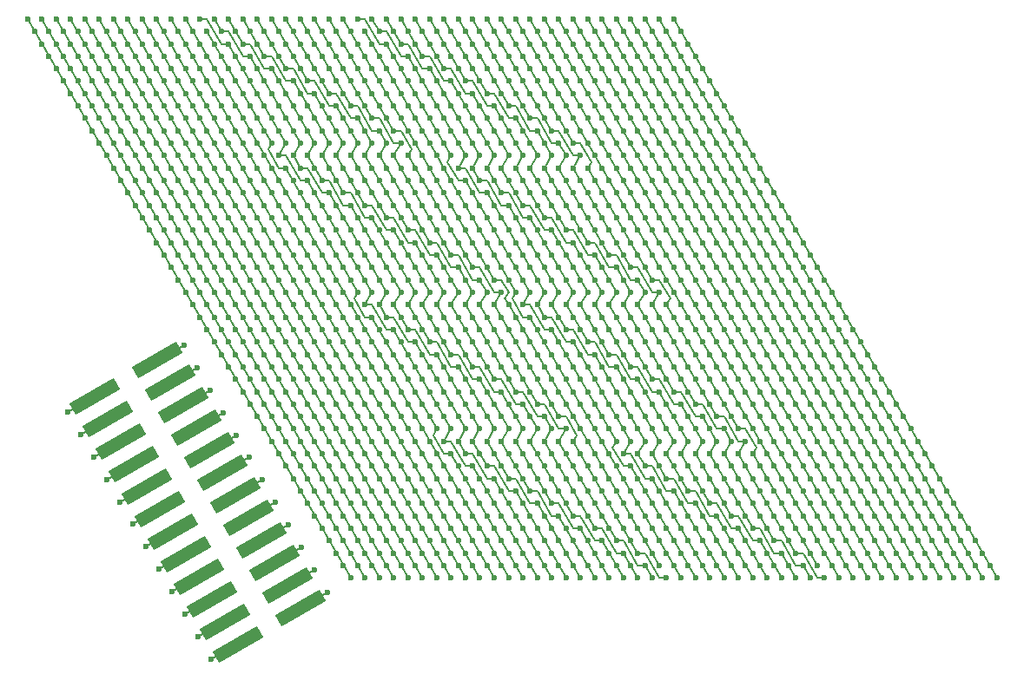
<source format=gbl>
%TF.GenerationSoftware,KiCad,Pcbnew,8.0.8*%
%TF.CreationDate,2025-03-26T11:08:01-07:00*%
%TF.ProjectId,led_mapper_850_mirrored,6c65645f-6d61-4707-9065-725f3835305f,rev?*%
%TF.SameCoordinates,Original*%
%TF.FileFunction,Copper,L4,Bot*%
%TF.FilePolarity,Positive*%
%FSLAX46Y46*%
G04 Gerber Fmt 4.6, Leading zero omitted, Abs format (unit mm)*
G04 Created by KiCad (PCBNEW 8.0.8) date 2025-03-26 11:08:01*
%MOMM*%
%LPD*%
G01*
G04 APERTURE LIST*
G04 Aperture macros list*
%AMRotRect*
0 Rectangle, with rotation*
0 The origin of the aperture is its center*
0 $1 length*
0 $2 width*
0 $3 Rotation angle, in degrees counterclockwise*
0 Add horizontal line*
21,1,$1,$2,0,0,$3*%
G04 Aperture macros list end*
%TA.AperFunction,SMDPad,CuDef*%
%ADD10RotRect,5.000000X1.270000X30.000000*%
%TD*%
%TA.AperFunction,ViaPad*%
%ADD11C,0.600000*%
%TD*%
%TA.AperFunction,Conductor*%
%ADD12C,0.200000*%
%TD*%
G04 APERTURE END LIST*
D10*
%TO.P,J1,1,Pin_1*%
%TO.N,/P13*%
X-43346818Y-60718523D03*
%TO.P,J1,2,Pin_2*%
%TO.N,/P14*%
X-44616819Y-58518817D03*
%TO.P,J1,3,Pin_3*%
%TO.N,/P15*%
X-45886818Y-56319114D03*
%TO.P,J1,4,Pin_4*%
%TO.N,/P16*%
X-47156818Y-54119409D03*
%TO.P,J1,5,Pin_5*%
%TO.N,/P17*%
X-48426818Y-51919705D03*
%TO.P,J1,6,Pin_6*%
%TO.N,/P18*%
X-49696818Y-49720000D03*
%TO.P,J1,7,Pin_7*%
%TO.N,/P19*%
X-50966818Y-47520296D03*
%TO.P,J1,8,Pin_8*%
%TO.N,/P20*%
X-52236818Y-45320591D03*
%TO.P,J1,9,Pin_9*%
%TO.N,/P21*%
X-53506818Y-43120886D03*
%TO.P,J1,10,Pin_10*%
%TO.N,/P22*%
X-54776818Y-40921182D03*
%TO.P,J1,11,Pin_11*%
%TO.N,/P23*%
X-56046818Y-38721477D03*
%TO.P,J1,12,Pin_12*%
%TO.N,/P24*%
X-57316818Y-36521773D03*
%TO.P,J1,13,Pin_13*%
%TO.N,/P1*%
X-37250000Y-57198523D03*
%TO.P,J1,14,Pin_14*%
%TO.N,/P2*%
X-38520000Y-54998819D03*
%TO.P,J1,15,Pin_15*%
%TO.N,/P3*%
X-39790000Y-52799114D03*
%TO.P,J1,16,Pin_16*%
%TO.N,/P4*%
X-41060000Y-50599410D03*
%TO.P,J1,17,Pin_17*%
%TO.N,/P5*%
X-42330000Y-48399705D03*
%TO.P,J1,18,Pin_18*%
%TO.N,/P6*%
X-43600000Y-46200000D03*
%TO.P,J1,19,Pin_19*%
%TO.N,/P7*%
X-44870000Y-44000296D03*
%TO.P,J1,20,Pin_20*%
%TO.N,/P8*%
X-46140000Y-41800591D03*
%TO.P,J1,21,Pin_21*%
%TO.N,/P9*%
X-47410000Y-39600887D03*
%TO.P,J1,22,Pin_22*%
%TO.N,/P10*%
X-48680000Y-37401182D03*
%TO.P,J1,23,Pin_23*%
%TO.N,/P11*%
X-49949999Y-35201479D03*
%TO.P,J1,24,Pin_24*%
%TO.N,/P12*%
X-51220000Y-33001773D03*
%TD*%
D11*
%TO.N,/P24*%
X-19062000Y-21518014D03*
X-26062000Y-9393658D03*
X-62462000Y-2119045D03*
X-47762000Y-27580192D03*
X-54762000Y-15455836D03*
X-2262000Y-50616467D03*
X-51962000Y-20305578D03*
X-29562000Y-3331480D03*
X-43562000Y-34854805D03*
X-37262000Y-45766725D03*
X-39362000Y-42129418D03*
X-49862000Y-23942885D03*
X-30962000Y-906609D03*
X-5062000Y-45766725D03*
X-35162000Y-49404032D03*
X-42862000Y-36067240D03*
X-21862000Y-16668271D03*
X-44262000Y-33642369D03*
X-40762000Y-39704547D03*
X-9262000Y-38492112D03*
X-36562000Y-46979161D03*
X-25362000Y-10606094D03*
X-17662000Y-23942885D03*
X-33762000Y-51828903D03*
X-162000Y-54253774D03*
X-16262000Y-26367756D03*
X-24662000Y-11818529D03*
X-20462000Y-19093143D03*
X-33062000Y-53041338D03*
X-42162000Y-37279676D03*
X-14162000Y-30005063D03*
X-10662000Y-36067240D03*
X-30262000Y-2119045D03*
X-41462000Y-38492112D03*
X-55462000Y-14243400D03*
X-862000Y-53041338D03*
X-4362000Y-46979161D03*
X-61062000Y-4543916D03*
X-40062000Y-40916983D03*
X-58262000Y-9393658D03*
X-38662000Y-43341854D03*
X-49162000Y-25155320D03*
X-18362000Y-22730449D03*
X-23262000Y-14243400D03*
X-58962000Y-8181222D03*
X-48462000Y-26367756D03*
X-6462000Y-43341854D03*
X-57562000Y-10606094D03*
X-28862000Y-4543916D03*
X-9962000Y-37279676D03*
X-7862000Y-40916983D03*
X-32362000Y-54253774D03*
X-2962000Y-49404032D03*
X-27462000Y-6968787D03*
X-46362000Y-30005063D03*
X-19762000Y-20305578D03*
X-35862000Y-48191596D03*
X-23962000Y-13030965D03*
X-45662000Y-31217498D03*
X-14862000Y-28792627D03*
X-8562000Y-39704547D03*
X-22562000Y-15455836D03*
X-56862000Y-11818529D03*
X-12062000Y-33642369D03*
X-63162000Y-906609D03*
X-59662000Y-6968787D03*
X-7162000Y-42129418D03*
X-61762000Y-3331480D03*
X-16962000Y-25155320D03*
X-3662000Y-48191596D03*
X-60362000Y-5756351D03*
X-13462000Y-31217498D03*
X-11362000Y-34854805D03*
X-63862000Y305826D03*
X-28162000Y-5756351D03*
X-5762000Y-44554289D03*
X-56162000Y-13030965D03*
X-47062000Y-28792627D03*
X-12762000Y-32429934D03*
X-26762000Y-8181222D03*
X-44962000Y-32429934D03*
X-37962000Y-44554289D03*
X-54062000Y-16668271D03*
X-51262000Y-21518014D03*
X-34462000Y-50616467D03*
X-21162000Y-17880707D03*
X-59914894Y-38021772D03*
X-52662000Y-19093143D03*
X-50562000Y-22730449D03*
X-1562000Y-51828903D03*
X-53362000Y-17880707D03*
%TO.N,/P1*%
X-30962000Y-3331480D03*
X-14862000Y-31217498D03*
X20838000Y-37279676D03*
X-4362000Y-49404032D03*
X13838000Y-25155320D03*
X1938000Y-4543916D03*
X-22562000Y-17880707D03*
X-31662000Y-2119045D03*
X4738000Y-9393658D03*
X14538000Y-26367756D03*
X18038000Y-32429934D03*
X-26062000Y-11818529D03*
X13138000Y-23942885D03*
X-7862000Y-43341854D03*
X-5762000Y-46979161D03*
X7538000Y-14243400D03*
X10338000Y-19093143D03*
X-8562000Y-42129418D03*
X-3662000Y-50616467D03*
X2638000Y-5756351D03*
X-25362000Y-13030965D03*
X-23262000Y-16668271D03*
X-9262000Y-40916983D03*
X27838000Y-49404032D03*
X6838000Y-13030965D03*
X-20462000Y-21518014D03*
X9638000Y-17880707D03*
X-34651924Y-55698524D03*
X-12762000Y-34854805D03*
X22938000Y-40916983D03*
X11038000Y-20305578D03*
X-2962000Y-51828903D03*
X15938000Y-28792627D03*
X16638000Y-30005063D03*
X-162000Y-906609D03*
X-21162000Y-20305578D03*
X-19062000Y-23942885D03*
X-19762000Y-22730449D03*
X-29562000Y-5756351D03*
X-28162000Y-8181222D03*
X-28862000Y-6968787D03*
X22238000Y-39704547D03*
X-6462000Y-45766725D03*
X-13462000Y-33642369D03*
X-11362000Y-37279676D03*
X-27462000Y-9393658D03*
X-2262000Y-53041338D03*
X12438000Y-22730449D03*
X25038000Y-44554289D03*
X29938000Y-53041338D03*
X8938000Y-16668271D03*
X-10662000Y-38492112D03*
X20138000Y-36067240D03*
X28538000Y-50616467D03*
X-18362000Y-25155320D03*
X15238000Y-27580192D03*
X-32362000Y-906609D03*
X-24662000Y-14243400D03*
X6138000Y-11818529D03*
X-16262000Y-28792627D03*
X538000Y-2119045D03*
X11738000Y-21518014D03*
X21538000Y-38492112D03*
X-12062000Y-36067240D03*
X27138000Y-48191596D03*
X29238000Y-51828903D03*
X17338000Y-31217498D03*
X18738000Y-33642369D03*
X-7162000Y-44554289D03*
X-26762000Y-10606094D03*
X3338000Y-6968787D03*
X23638000Y-42129418D03*
X25738000Y-45766725D03*
X26438000Y-46979161D03*
X8238000Y-15455836D03*
X-21862000Y-19093143D03*
X-16962000Y-27580192D03*
X-9962000Y-39704547D03*
X-14162000Y-32429934D03*
X-862000Y305826D03*
X-30262000Y-4543916D03*
X-23962000Y-15455836D03*
X19438000Y-34854805D03*
X24338000Y-43341854D03*
X-5062000Y-48191596D03*
X5438000Y-10606094D03*
X-33062000Y305826D03*
X1238000Y-3331480D03*
X4038000Y-8181222D03*
X30638000Y-54253774D03*
X-15562000Y-30005063D03*
%TO.N,/P2*%
X-162000Y-3331480D03*
X20138000Y-38492112D03*
X16638000Y-32429934D03*
X-9962000Y-42129418D03*
X25038000Y-46979161D03*
X10338000Y-21518014D03*
X20838000Y-39704547D03*
X-5762000Y-49404032D03*
X24338000Y-45766725D03*
X-862000Y-2119045D03*
X21538000Y-40916983D03*
X-20462000Y-23942885D03*
X13838000Y-27580192D03*
X11738000Y-23942885D03*
X26438000Y-49404032D03*
X-14162000Y-34854805D03*
X-16262000Y-31217498D03*
X-31662000Y-4543916D03*
X8238000Y-17880707D03*
X-22562000Y-20305578D03*
X1238000Y-5756351D03*
X-17662000Y-28792627D03*
X-9262000Y-43341854D03*
X-25362000Y-15455836D03*
X22938000Y-43341854D03*
X22238000Y-42129418D03*
X27838000Y-51828903D03*
X2638000Y-8181222D03*
X-30962000Y-5756351D03*
X-23962000Y-17880707D03*
X-7162000Y-46979161D03*
X-16962000Y-30005063D03*
X-29562000Y-8181222D03*
X13138000Y-26367756D03*
X9638000Y-20305578D03*
X-24662000Y-16668271D03*
X-33762000Y-906609D03*
X-2262000Y305826D03*
X-18362000Y-27580192D03*
X4738000Y-11818529D03*
X-14862000Y-33642369D03*
X18738000Y-36067240D03*
X4038000Y-10606094D03*
X-17662000Y-26367756D03*
X-10662000Y-40916983D03*
X-21862000Y-21518014D03*
X15238000Y-30005063D03*
X27138000Y-50616467D03*
X-33062000Y-2119045D03*
X8938000Y-19093143D03*
X23638000Y-44554289D03*
X28538000Y-53041338D03*
X3338000Y-9393658D03*
X-28862000Y-9393658D03*
X25738000Y-48191596D03*
X7538000Y-16668271D03*
X15938000Y-31217498D03*
X-8562000Y-44554289D03*
X1938000Y-6968787D03*
X-21162000Y-22730449D03*
X5438000Y-13030965D03*
X-7862000Y-45766725D03*
X19438000Y-37279676D03*
X-5062000Y-50616467D03*
X-23262000Y-19093143D03*
X6838000Y-15455836D03*
X18038000Y-34854805D03*
X-30262000Y-6968787D03*
X-28162000Y-10606094D03*
X-34462000Y305826D03*
X-26762000Y-13030965D03*
X-1562000Y-54253774D03*
X-12762000Y-37279676D03*
X-4362000Y-51828903D03*
X12438000Y-25155320D03*
X538000Y-4543916D03*
X17338000Y-33642369D03*
X29238000Y-54253774D03*
X6138000Y-14243400D03*
X-1562000Y-906609D03*
X-32362000Y-3331480D03*
X11038000Y-22730449D03*
X14538000Y-28792627D03*
X-26062000Y-14243400D03*
X-12062000Y-38492112D03*
X-13462000Y-36067240D03*
X-15562000Y-32429934D03*
X-6462000Y-48191596D03*
X-35921924Y-53498818D03*
%TO.N,/P3*%
X7538000Y-19093143D03*
X-34462000Y-2119045D03*
X20138000Y-40916983D03*
X24338000Y-48191596D03*
X-2962000Y-906609D03*
X-31662000Y-6968787D03*
X-30962000Y-8181222D03*
X-162000Y-5756351D03*
X25738000Y-50616467D03*
X13138000Y-28792627D03*
X-1562000Y-3331480D03*
X21538000Y-43341854D03*
X-15562000Y-34854805D03*
X-30262000Y-9393658D03*
X-27462000Y-14243400D03*
X-32362000Y-5756351D03*
X25038000Y-49404032D03*
X2638000Y-10606094D03*
X-11362000Y-42129418D03*
X-3662000Y-53041338D03*
X-7862000Y-48191596D03*
X27138000Y-53041338D03*
X15238000Y-32429934D03*
X-14862000Y-36067240D03*
X1938000Y-9393658D03*
X-26762000Y-15455836D03*
X15938000Y-33642369D03*
X22238000Y-44554289D03*
X19438000Y-39704547D03*
X-33062000Y-4543916D03*
X8238000Y-20305578D03*
X3338000Y-11818529D03*
X5438000Y-15455836D03*
X-28162000Y-13030965D03*
X16638000Y-34854805D03*
X-18362000Y-30005063D03*
X-11362000Y-39704547D03*
X22938000Y-45766725D03*
X-19062000Y-26367756D03*
X12438000Y-27580192D03*
X11738000Y-26367756D03*
X-2962000Y-54253774D03*
X14538000Y-31217498D03*
X-33762000Y-3331480D03*
X6138000Y-16668271D03*
X-35862000Y305826D03*
X23638000Y-46979161D03*
X-16262000Y-33642369D03*
X6838000Y-17880707D03*
X-6462000Y-50616467D03*
X1238000Y-8181222D03*
X-12062000Y-40916983D03*
X-19762000Y-25155320D03*
X-9962000Y-44554289D03*
X10338000Y-23942885D03*
X-24662000Y-19093143D03*
X-862000Y-4543916D03*
X-9262000Y-45766725D03*
X-16962000Y-32429934D03*
X-19062000Y-28792627D03*
X8938000Y-21518014D03*
X18038000Y-37279676D03*
X-2262000Y-2119045D03*
X-27462000Y-11818529D03*
X-8562000Y-46979161D03*
X-37191924Y-51299115D03*
X-14162000Y-37279676D03*
X26438000Y-51828903D03*
X-26062000Y-16668271D03*
X-23262000Y-21518014D03*
X4738000Y-14243400D03*
X-17662000Y-31217498D03*
X-3662000Y305826D03*
X11038000Y-25155320D03*
X4038000Y-13030965D03*
X-23962000Y-20305578D03*
X9638000Y-22730449D03*
X-22562000Y-22730449D03*
X-19762000Y-27580192D03*
X13838000Y-30005063D03*
X18738000Y-38492112D03*
X538000Y-6968787D03*
X20838000Y-42129418D03*
X27838000Y-54253774D03*
X-10662000Y-43341854D03*
X-7162000Y-49404032D03*
X17338000Y-36067240D03*
X-25362000Y-17880707D03*
X-35162000Y-906609D03*
%TO.N,/P4*%
X-9962000Y-46979161D03*
X-28862000Y-11818529D03*
X-21162000Y-27580192D03*
X-29562000Y-13030965D03*
X2638000Y-13030965D03*
X-33762000Y-5756351D03*
X-20462000Y-26367756D03*
X10338000Y-26367756D03*
X5438000Y-17880707D03*
X-8562000Y-49404032D03*
X-5762000Y-51828903D03*
X-3662000Y-2119045D03*
X22238000Y-46979161D03*
X8938000Y-23942885D03*
X-25362000Y-20305578D03*
X11038000Y-27580192D03*
X-27462000Y-16668271D03*
X-19762000Y-30005063D03*
X-38461924Y-49099411D03*
X-29562000Y-10606094D03*
X23638000Y-49404032D03*
X-26762000Y-17880707D03*
X-16962000Y-34854805D03*
X-34462000Y-4543916D03*
X16638000Y-37279676D03*
X24338000Y-50616467D03*
X20138000Y-43341854D03*
X-17662000Y-33642369D03*
X21538000Y-45766725D03*
X-162000Y-8181222D03*
X-21162000Y-25155320D03*
X-24662000Y-21518014D03*
X-9262000Y-48191596D03*
X-13462000Y-40916983D03*
X4038000Y-15455836D03*
X13838000Y-32429934D03*
X-19062000Y-31217498D03*
X-5062000Y305826D03*
X1938000Y-11818529D03*
X15938000Y-36067240D03*
X22938000Y-48191596D03*
X7538000Y-21518014D03*
X-11362000Y-44554289D03*
X-26062000Y-19093143D03*
X13138000Y-31217498D03*
X-33062000Y-6968787D03*
X-12762000Y-39704547D03*
X-32362000Y-8181222D03*
X11738000Y-28792627D03*
X17338000Y-38492112D03*
X8238000Y-22730449D03*
X9638000Y-25155320D03*
X3338000Y-14243400D03*
X-35162000Y-3331480D03*
X12438000Y-30005063D03*
X-12062000Y-43341854D03*
X6138000Y-19093143D03*
X-18362000Y-32429934D03*
X-28862000Y-14243400D03*
X25738000Y-53041338D03*
X18738000Y-40916983D03*
X25038000Y-51828903D03*
X538000Y-9393658D03*
X4738000Y-16668271D03*
X1238000Y-10606094D03*
X-20462000Y-28792627D03*
X-10662000Y-45766725D03*
X26438000Y-54253774D03*
X-36562000Y-906609D03*
X-28162000Y-15455836D03*
X19438000Y-42129418D03*
X15238000Y-34854805D03*
X-2962000Y-3331480D03*
X18038000Y-39704547D03*
X-4362000Y-54253774D03*
X20838000Y-44554289D03*
X-12762000Y-42129418D03*
X14538000Y-33642369D03*
X-2262000Y-4543916D03*
X-5062000Y-53041338D03*
X-37262000Y305826D03*
X-1562000Y-5756351D03*
X-35862000Y-2119045D03*
X-13462000Y-38492112D03*
X-16262000Y-36067240D03*
X-21862000Y-23942885D03*
X-4362000Y-906609D03*
X-862000Y-6968787D03*
X6838000Y-20305578D03*
%TO.N,/P5*%
X5438000Y-20305578D03*
X-37262000Y-2119045D03*
X8938000Y-26367756D03*
X-39731924Y-46899706D03*
X-11362000Y-46979161D03*
X-21862000Y-28792627D03*
X9638000Y-27580192D03*
X22938000Y-50616467D03*
X4038000Y-17880707D03*
X3338000Y-16668271D03*
X7538000Y-23942885D03*
X-19062000Y-33642369D03*
X-21162000Y-30005063D03*
X24338000Y-53041338D03*
X-28862000Y-16668271D03*
X25038000Y-54253774D03*
X16638000Y-39704547D03*
X6138000Y-21518014D03*
X-862000Y-9393658D03*
X-2262000Y-6968787D03*
X-10662000Y-48191596D03*
X1938000Y-14243400D03*
X-1562000Y-8181222D03*
X8238000Y-25155320D03*
X-6462000Y-53041338D03*
X-3662000Y-4543916D03*
X4738000Y-19093143D03*
X-34462000Y-6968787D03*
X18038000Y-42129418D03*
X-27462000Y-19093143D03*
X-162000Y-10606094D03*
X22238000Y-49404032D03*
X-28162000Y-17880707D03*
X-26762000Y-20305578D03*
X-14162000Y-39704547D03*
X-37962000Y-906609D03*
X-38662000Y305826D03*
X14538000Y-36067240D03*
X19438000Y-44554289D03*
X-30962000Y-10606094D03*
X-35862000Y-4543916D03*
X12438000Y-32429934D03*
X-18362000Y-34854805D03*
X-5762000Y-906609D03*
X-6462000Y305826D03*
X-5062000Y-2119045D03*
X-5762000Y-54253774D03*
X-2962000Y-5756351D03*
X20138000Y-45766725D03*
X-14862000Y-38492112D03*
X-30262000Y-14243400D03*
X1238000Y-13030965D03*
X-31662000Y-9393658D03*
X-12762000Y-44554289D03*
X-30262000Y-11818529D03*
X15938000Y-38492112D03*
X6838000Y-22730449D03*
X21538000Y-48191596D03*
X2638000Y-15455836D03*
X-14862000Y-40916983D03*
X-15562000Y-37279676D03*
X-21862000Y-26367756D03*
X13138000Y-33642369D03*
X-7862000Y-50616467D03*
X-30962000Y-13030965D03*
X538000Y-11818529D03*
X13838000Y-34854805D03*
X-29562000Y-15455836D03*
X-19762000Y-32429934D03*
X-20462000Y-31217498D03*
X15238000Y-37279676D03*
X-14162000Y-42129418D03*
X23638000Y-51828903D03*
X-35162000Y-5756351D03*
X-23262000Y-23942885D03*
X18738000Y-43341854D03*
X20838000Y-46979161D03*
X-22562000Y-25155320D03*
X-12062000Y-45766725D03*
X17338000Y-40916983D03*
X-22562000Y-27580192D03*
X-13462000Y-43341854D03*
X-36562000Y-3331480D03*
X-7162000Y-51828903D03*
X-23962000Y-22730449D03*
X-4362000Y-3331480D03*
X11038000Y-30005063D03*
X11738000Y-31217498D03*
X10338000Y-28792627D03*
%TO.N,/P6*%
X20838000Y-49404032D03*
X-20462000Y-33642369D03*
X-2262000Y-9393658D03*
X5438000Y-22730449D03*
X-7162000Y-906609D03*
X-14862000Y-43341854D03*
X-14162000Y-44554289D03*
X-29562000Y-17880707D03*
X22238000Y-51828903D03*
X-2962000Y-8181222D03*
X-33762000Y-8181222D03*
X-16262000Y-40916983D03*
X-31662000Y-11818529D03*
X7538000Y-26367756D03*
X-23262000Y-28792627D03*
X-6462000Y-2119045D03*
X19438000Y-46979161D03*
X-36562000Y-5756351D03*
X-4362000Y-5756351D03*
X12438000Y-34854805D03*
X16638000Y-42129418D03*
X-38662000Y-2119045D03*
X23638000Y-54253774D03*
X-9962000Y-49404032D03*
X-40062000Y305826D03*
X-23962000Y-25155320D03*
X-1562000Y-10606094D03*
X1238000Y-15455836D03*
X-5062000Y-4543916D03*
X-28862000Y-19093143D03*
X-8562000Y-51828903D03*
X8238000Y-27580192D03*
X11038000Y-32429934D03*
X13838000Y-37279676D03*
X18738000Y-45766725D03*
X538000Y-14243400D03*
X21538000Y-50616467D03*
X-32362000Y-10606094D03*
X-13462000Y-45766725D03*
X9638000Y-30005063D03*
X6838000Y-25155320D03*
X-17662000Y-36067240D03*
X4038000Y-20305578D03*
X13138000Y-36067240D03*
X-21162000Y-32429934D03*
X-41001924Y-44700001D03*
X15238000Y-39704547D03*
X-31662000Y-14243400D03*
X6138000Y-23942885D03*
X-26062000Y-21518014D03*
X-5762000Y-3331480D03*
X-21862000Y-31217498D03*
X2638000Y-17880707D03*
X-16962000Y-37279676D03*
X20138000Y-48191596D03*
X15938000Y-40916983D03*
X-15562000Y-39704547D03*
X4738000Y-21518014D03*
X-39362000Y-906609D03*
X17338000Y-43341854D03*
X-7162000Y-54253774D03*
X-12762000Y-46979161D03*
X-23262000Y-26367756D03*
X-33062000Y-9393658D03*
X-37262000Y-4543916D03*
X-24662000Y-23942885D03*
X-7862000Y-53041338D03*
X-9262000Y-50616467D03*
X11738000Y-33642369D03*
X-30962000Y-15455836D03*
X1938000Y-16668271D03*
X-22562000Y-30005063D03*
X-30262000Y-16668271D03*
X18038000Y-44554289D03*
X22938000Y-53041338D03*
X-3662000Y-6968787D03*
X-25362000Y-22730449D03*
X14538000Y-38492112D03*
X8938000Y-28792627D03*
X-37962000Y-3331480D03*
X-23962000Y-27580192D03*
X-7862000Y305826D03*
X-862000Y-11818529D03*
X10338000Y-31217498D03*
X3338000Y-19093143D03*
X-16262000Y-38492112D03*
X-162000Y-13030965D03*
X-32362000Y-13030965D03*
X-15562000Y-42129418D03*
%TO.N,/P7*%
X6838000Y-27580192D03*
X1938000Y-19093143D03*
X-7162000Y-3331480D03*
X-8562000Y-54253774D03*
X-31662000Y-16668271D03*
X-40062000Y-2119045D03*
X3338000Y-21518014D03*
X-22562000Y-32429934D03*
X4038000Y-22730449D03*
X-38662000Y-4543916D03*
X20138000Y-50616467D03*
X-9262000Y305826D03*
X-17662000Y-38492112D03*
X15938000Y-43341854D03*
X-33762000Y-10606094D03*
X-32362000Y-15455836D03*
X-35162000Y-8181222D03*
X-16962000Y-42129418D03*
X-33762000Y-13030965D03*
X10338000Y-33642369D03*
X5438000Y-25155320D03*
X-34462000Y-9393658D03*
X22238000Y-54253774D03*
X-9962000Y-51828903D03*
X-26762000Y-22730449D03*
X14538000Y-40916983D03*
X538000Y-16668271D03*
X-33062000Y-14243400D03*
X-862000Y-14243400D03*
X-4362000Y-8181222D03*
X17338000Y-45766725D03*
X-10662000Y-50616467D03*
X20838000Y-51828903D03*
X8938000Y-31217498D03*
X6138000Y-26367756D03*
X-15562000Y-44554289D03*
X-3662000Y-9393658D03*
X12438000Y-37279676D03*
X2638000Y-20305578D03*
X-5762000Y-5756351D03*
X-1562000Y-13030965D03*
X-17662000Y-40916983D03*
X-2962000Y-10606094D03*
X8238000Y-30005063D03*
X-23962000Y-30005063D03*
X-42271924Y-42500297D03*
X-8562000Y-906609D03*
X-12062000Y-48191596D03*
X13838000Y-39704547D03*
X1238000Y-17880707D03*
X-40762000Y-906609D03*
X-6462000Y-4543916D03*
X-7862000Y-2119045D03*
X-28162000Y-20305578D03*
X-162000Y-15455836D03*
X-24662000Y-28792627D03*
X-9262000Y-53041338D03*
X18038000Y-46979161D03*
X7538000Y-28792627D03*
X9638000Y-32429934D03*
X11738000Y-36067240D03*
X-30962000Y-17880707D03*
X15238000Y-42129418D03*
X16638000Y-44554289D03*
X-33062000Y-11818529D03*
X-41462000Y305826D03*
X-23262000Y-31217498D03*
X21538000Y-53041338D03*
X4738000Y-23942885D03*
X-25362000Y-27580192D03*
X11038000Y-34854805D03*
X19438000Y-49404032D03*
X-14862000Y-45766725D03*
X-19062000Y-36067240D03*
X-11362000Y-49404032D03*
X-26062000Y-23942885D03*
X13138000Y-38492112D03*
X18738000Y-48191596D03*
X-35862000Y-6968787D03*
X-25362000Y-25155320D03*
X-39362000Y-3331480D03*
X-27462000Y-21518014D03*
X-16262000Y-43341854D03*
X-19762000Y-34854805D03*
X-18362000Y-37279676D03*
X-24662000Y-26367756D03*
X-2262000Y-11818529D03*
X-5062000Y-6968787D03*
X-16962000Y-39704547D03*
%TO.N,/P8*%
X7538000Y-31217498D03*
X2638000Y-22730449D03*
X-2962000Y-13030965D03*
X15238000Y-44554289D03*
X18038000Y-49404032D03*
X4738000Y-26367756D03*
X15938000Y-45766725D03*
X-12062000Y-50616467D03*
X-40762000Y-3331480D03*
X12438000Y-39704547D03*
X-12762000Y-49404032D03*
X-28162000Y-22730449D03*
X6138000Y-28792627D03*
X13138000Y-40916983D03*
X-20462000Y-36067240D03*
X-26062000Y-28792627D03*
X-42162000Y-906609D03*
X6838000Y-30005063D03*
X-11362000Y-51828903D03*
X-162000Y-17880707D03*
X-30262000Y-19093143D03*
X-33762000Y-15455836D03*
X20838000Y-54253774D03*
X-36562000Y-8181222D03*
X-5062000Y-9393658D03*
X-29562000Y-20305578D03*
X5438000Y-27580192D03*
X19438000Y-51828903D03*
X13838000Y-42129418D03*
X-1562000Y-15455836D03*
X-37962000Y-5756351D03*
X-41462000Y-2119045D03*
X-14162000Y-46979161D03*
X-17662000Y-43341854D03*
X-19062000Y-38492112D03*
X-13462000Y-48191596D03*
X-9962000Y-54253774D03*
X16638000Y-46979161D03*
X-37262000Y-6968787D03*
X4038000Y-25155320D03*
X-19062000Y-40916983D03*
X-862000Y-16668271D03*
X11038000Y-37279676D03*
X14538000Y-43341854D03*
X-3662000Y-11818529D03*
X-9262000Y-2119045D03*
X-25362000Y-30005063D03*
X-34462000Y-11818529D03*
X-10662000Y305826D03*
X1238000Y-20305578D03*
X-28862000Y-21518014D03*
X-7162000Y-5756351D03*
X1938000Y-21518014D03*
X-21162000Y-34854805D03*
X-18362000Y-42129418D03*
X3338000Y-23942885D03*
X-26762000Y-27580192D03*
X18738000Y-50616467D03*
X-9962000Y-906609D03*
X-33062000Y-16668271D03*
X-6462000Y-6968787D03*
X-5762000Y-8181222D03*
X-4362000Y-10606094D03*
X538000Y-19093143D03*
X-35862000Y-9393658D03*
X-43541924Y-40300592D03*
X-26062000Y-26367756D03*
X-21862000Y-33642369D03*
X-10662000Y-53041338D03*
X10338000Y-36067240D03*
X-18362000Y-39704547D03*
X9638000Y-34854805D03*
X-19762000Y-37279676D03*
X-16962000Y-44554289D03*
X-7862000Y-4543916D03*
X-8562000Y-3331480D03*
X20138000Y-53041338D03*
X8238000Y-32429934D03*
X-42862000Y305826D03*
X-2262000Y-14243400D03*
X-35162000Y-10606094D03*
X-34462000Y-14243400D03*
X17338000Y-48191596D03*
X-27462000Y-23942885D03*
X8938000Y-33642369D03*
X-24662000Y-31217498D03*
X-26762000Y-25155320D03*
X11738000Y-38492112D03*
X-35162000Y-13030965D03*
%TO.N,/P9*%
X-21862000Y-36067240D03*
X-28862000Y-23942885D03*
X-38662000Y-6968787D03*
X-19762000Y-39704547D03*
X-30962000Y-20305578D03*
X17338000Y-50616467D03*
X-37962000Y-8181222D03*
X18038000Y-51828903D03*
X-7862000Y-6968787D03*
X1238000Y-22730449D03*
X-32362000Y-17880707D03*
X-27462000Y-28792627D03*
X-20462000Y-38492112D03*
X-31662000Y-19093143D03*
X-36562000Y-13030965D03*
X-4362000Y-13030965D03*
X11038000Y-39704547D03*
X1938000Y-23942885D03*
X10338000Y-38492112D03*
X6138000Y-31217498D03*
X-11362000Y-54253774D03*
X-9962000Y-3331480D03*
X-36562000Y-10606094D03*
X-22562000Y-34854805D03*
X-15562000Y-46979161D03*
X4038000Y-27580192D03*
X-19062000Y-43341854D03*
X-13462000Y-50616467D03*
X-6462000Y-9393658D03*
X-8562000Y-5756351D03*
X16638000Y-49404032D03*
X4738000Y-28792627D03*
X538000Y-21518014D03*
X12438000Y-42129418D03*
X-37262000Y-9393658D03*
X-28162000Y-25155320D03*
X-44811924Y-38100888D03*
X-40062000Y-4543916D03*
X-39362000Y-5756351D03*
X2638000Y-25155320D03*
X-28162000Y-27580192D03*
X-35862000Y-14243400D03*
X-20462000Y-40916983D03*
X-12062000Y305826D03*
X11738000Y-40916983D03*
X-5062000Y-11818529D03*
X-11362000Y-906609D03*
X8238000Y-34854805D03*
X-14862000Y-48191596D03*
X-23262000Y-33642369D03*
X-19762000Y-42129418D03*
X-10662000Y-2119045D03*
X15938000Y-48191596D03*
X-2962000Y-15455836D03*
X-23962000Y-32429934D03*
X15238000Y-46979161D03*
X5438000Y-30005063D03*
X-12762000Y-51828903D03*
X-26762000Y-30005063D03*
X-2262000Y-16668271D03*
X19438000Y-54253774D03*
X-43562000Y-906609D03*
X-162000Y-20305578D03*
X-29562000Y-22730449D03*
X-5762000Y-10606094D03*
X-7162000Y-8181222D03*
X6838000Y-32429934D03*
X-16262000Y-45766725D03*
X-862000Y-19093143D03*
X-44262000Y305826D03*
X-30262000Y-21518014D03*
X-21162000Y-37279676D03*
X14538000Y-45766725D03*
X13838000Y-44554289D03*
X13138000Y-43341854D03*
X-42862000Y-2119045D03*
X7538000Y-33642369D03*
X3338000Y-26367756D03*
X8938000Y-36067240D03*
X-3662000Y-14243400D03*
X-27462000Y-26367756D03*
X18738000Y-53041338D03*
X-35862000Y-11818529D03*
X-9262000Y-4543916D03*
X-35162000Y-15455836D03*
X-14162000Y-49404032D03*
X9638000Y-37279676D03*
X-1562000Y-17880707D03*
X-12062000Y-53041338D03*
%TO.N,/P10*%
X-13462000Y305826D03*
X8938000Y-38492112D03*
X-14162000Y-51828903D03*
X-21862000Y-38492112D03*
X-162000Y-22730449D03*
X-30262000Y-23942885D03*
X-12762000Y-54253774D03*
X-28862000Y-26367756D03*
X-30962000Y-22730449D03*
X-21162000Y-39704547D03*
X-21862000Y-40916983D03*
X-12062000Y-2119045D03*
X-32362000Y-20305578D03*
X-23262000Y-36067240D03*
X-37962000Y-10606094D03*
X15238000Y-49404032D03*
X538000Y-23942885D03*
X-33062000Y-19093143D03*
X-31662000Y-21518014D03*
X-23962000Y-34854805D03*
X-38662000Y-9393658D03*
X-45662000Y305826D03*
X-862000Y-21518014D03*
X1938000Y-26367756D03*
X-25362000Y-32429934D03*
X11038000Y-42129418D03*
X-33762000Y-17880707D03*
X4038000Y-30005063D03*
X-9962000Y-5756351D03*
X18038000Y-54253774D03*
X-46081924Y-35901183D03*
X-40062000Y-6968787D03*
X11738000Y-43341854D03*
X-10662000Y-4543916D03*
X-5062000Y-14243400D03*
X-6462000Y-11818529D03*
X-3662000Y-16668271D03*
X-41462000Y-4543916D03*
X-42162000Y-3331480D03*
X-44962000Y-906609D03*
X12438000Y-44554289D03*
X13838000Y-46979161D03*
X-7162000Y-10606094D03*
X-18362000Y-44554289D03*
X-2262000Y-19093143D03*
X-16962000Y-46979161D03*
X-22562000Y-37279676D03*
X-2962000Y-17880707D03*
X-15562000Y-49404032D03*
X-39362000Y-8181222D03*
X8238000Y-37279676D03*
X-5762000Y-13030965D03*
X-29562000Y-25155320D03*
X-26062000Y-31217498D03*
X-37962000Y-13030965D03*
X-7862000Y-9393658D03*
X-4362000Y-15455836D03*
X-16262000Y-48191596D03*
X9638000Y-39704547D03*
X-40762000Y-5756351D03*
X-11362000Y-3331480D03*
X-14862000Y-50616467D03*
X6138000Y-33642369D03*
X10338000Y-40916983D03*
X4738000Y-31217498D03*
X-8562000Y-8181222D03*
X-1562000Y-20305578D03*
X-24662000Y-33642369D03*
X-13462000Y-53041338D03*
X2638000Y-27580192D03*
X-28862000Y-28792627D03*
X-21162000Y-42129418D03*
X16638000Y-51828903D03*
X6838000Y-34854805D03*
X3338000Y-28792627D03*
X5438000Y-32429934D03*
X13138000Y-45766725D03*
X-37262000Y-14243400D03*
X-37262000Y-11818529D03*
X-34462000Y-16668271D03*
X-9262000Y-6968787D03*
X15938000Y-50616467D03*
X17338000Y-53041338D03*
X-12762000Y-906609D03*
X1238000Y-25155320D03*
X14538000Y-48191596D03*
X-29562000Y-27580192D03*
X7538000Y-36067240D03*
X-17662000Y-45766725D03*
%TO.N,/P11*%
X-35862000Y-16668271D03*
X-2262000Y-21518014D03*
X9638000Y-42129418D03*
X-14862000Y-53041338D03*
X7538000Y-38492112D03*
X-24662000Y-36067240D03*
X-12762000Y-3331480D03*
X-47062000Y305826D03*
X-14162000Y-906609D03*
X-26062000Y-33642369D03*
X-16262000Y-50616467D03*
X-34462000Y-19093143D03*
X14538000Y-50616467D03*
X-10662000Y-6968787D03*
X-8562000Y-10606094D03*
X5438000Y-34854805D03*
X-5762000Y-15455836D03*
X-19762000Y-44554289D03*
X-23962000Y-37279676D03*
X-25362000Y-34854805D03*
X-13462000Y-2119045D03*
X-36562000Y-15455836D03*
X-30962000Y-25155320D03*
X-30962000Y-27580192D03*
X15238000Y-51828903D03*
X-12062000Y-4543916D03*
X-39362000Y-13030965D03*
X8238000Y-39704547D03*
X-1562000Y-22730449D03*
X-9962000Y-8181222D03*
X-39362000Y-10606094D03*
X12438000Y-46979161D03*
X6138000Y-36067240D03*
X-19062000Y-45766725D03*
X-31662000Y-23942885D03*
X1238000Y-27580192D03*
X-14162000Y-54253774D03*
X-162000Y-25155320D03*
X-11362000Y-5756351D03*
X16638000Y-54253774D03*
X-26762000Y-32429934D03*
X-7862000Y-11818529D03*
X-47351924Y-33701479D03*
X-44262000Y-2119045D03*
X8938000Y-40916983D03*
X-17662000Y-48191596D03*
X-42162000Y-5756351D03*
X-35162000Y-17880707D03*
X-43562000Y-3331480D03*
X11738000Y-45766725D03*
X-6462000Y-14243400D03*
X-30262000Y-26367756D03*
X-41462000Y-6968787D03*
X-22562000Y-39704547D03*
X4738000Y-33642369D03*
X-20462000Y-43341854D03*
X13838000Y-49404032D03*
X-7162000Y-13030965D03*
X13138000Y-48191596D03*
X-33062000Y-21518014D03*
X-38662000Y-11818529D03*
X-18362000Y-46979161D03*
X6838000Y-37279676D03*
X-32362000Y-22730449D03*
X3338000Y-31217498D03*
X-40062000Y-9393658D03*
X2638000Y-30005063D03*
X15938000Y-53041338D03*
X-40762000Y-8181222D03*
X-16962000Y-49404032D03*
X538000Y-26367756D03*
X11038000Y-44554289D03*
X1938000Y-28792627D03*
X-862000Y-23942885D03*
X-5062000Y-16668271D03*
X-4362000Y-17880707D03*
X-23262000Y-40916983D03*
X-33762000Y-20305578D03*
X-3662000Y-19093143D03*
X4038000Y-32429934D03*
X10338000Y-43341854D03*
X-27462000Y-31217498D03*
X-2962000Y-20305578D03*
X-42862000Y-4543916D03*
X-15562000Y-51828903D03*
X-9262000Y-9393658D03*
X-23262000Y-38492112D03*
X-14862000Y305826D03*
X-28162000Y-30005063D03*
%TO.N,/P12*%
X-5762000Y-17880707D03*
X-24662000Y-38492112D03*
X-27462000Y-33642369D03*
X-43562000Y-5756351D03*
X13838000Y-51828903D03*
X-12762000Y-5756351D03*
X-44262000Y-4543916D03*
X-48621924Y-31501774D03*
X-40762000Y-10606094D03*
X8238000Y-42129418D03*
X-31662000Y-26367756D03*
X10338000Y-45766725D03*
X-14862000Y-2119045D03*
X-20462000Y-45766725D03*
X-28862000Y-31217498D03*
X8938000Y-43341854D03*
X-162000Y-27580192D03*
X-15562000Y-54253774D03*
X6138000Y-38492112D03*
X11738000Y-48191596D03*
X14538000Y-53041338D03*
X-46362000Y-906609D03*
X-35162000Y-20305578D03*
X-33762000Y-22730449D03*
X-30262000Y-28792627D03*
X12438000Y-49404032D03*
X-862000Y-26367756D03*
X-3662000Y-21518014D03*
X-9262000Y-11818529D03*
X-17662000Y-50616467D03*
X-34462000Y-21518014D03*
X11038000Y-46979161D03*
X4738000Y-36067240D03*
X-37962000Y-15455836D03*
X-26062000Y-36067240D03*
X-44962000Y-3331480D03*
X-6462000Y-16668271D03*
X3338000Y-33642369D03*
X2638000Y-32429934D03*
X1938000Y-31217498D03*
X-32362000Y-25155320D03*
X-45662000Y-2119045D03*
X-9962000Y-10606094D03*
X-1562000Y-25155320D03*
X-16262000Y305826D03*
X15238000Y-54253774D03*
X1238000Y-30005063D03*
X7538000Y-40916983D03*
X-13462000Y-4543916D03*
X-2262000Y-23942885D03*
X-41462000Y-9393658D03*
X-15562000Y-906609D03*
X-7162000Y-15455836D03*
X-8562000Y-13030965D03*
X-25362000Y-37279676D03*
X-19062000Y-48191596D03*
X-12062000Y-6968787D03*
X-28162000Y-32429934D03*
X-26762000Y-34854805D03*
X4038000Y-34854805D03*
X-21162000Y-44554289D03*
X-4362000Y-20305578D03*
X538000Y-28792627D03*
X-18362000Y-49404032D03*
X-7862000Y-14243400D03*
X5438000Y-37279676D03*
X-16262000Y-53041338D03*
X-42862000Y-6968787D03*
X-35862000Y-19093143D03*
X-14162000Y-3331480D03*
X-33062000Y-23942885D03*
X-11362000Y-8181222D03*
X6838000Y-39704547D03*
X-16962000Y-51828903D03*
X-22562000Y-42129418D03*
X-37262000Y-16668271D03*
X-21862000Y-43341854D03*
X-19762000Y-46979161D03*
X-2962000Y-22730449D03*
X-29562000Y-30005063D03*
X-38662000Y-14243400D03*
X-42162000Y-8181222D03*
X-5062000Y-19093143D03*
X-23962000Y-39704547D03*
X-40062000Y-11818529D03*
X-36562000Y-17880707D03*
X9638000Y-44554289D03*
X13138000Y-50616467D03*
X-10662000Y-9393658D03*
%TO.N,/P13*%
X-17662000Y305826D03*
X-30262000Y-31217498D03*
X4038000Y-37279676D03*
X-28862000Y-33642369D03*
X-5062000Y-21518014D03*
X11738000Y-50616467D03*
X-4362000Y-22730449D03*
X-44262000Y-6968787D03*
X-16262000Y-2119045D03*
X-35162000Y-22730449D03*
X-862000Y-28792627D03*
X-20462000Y-48191596D03*
X2638000Y-34854805D03*
X-23262000Y-43341854D03*
X-8562000Y-15455836D03*
X-39362000Y-15455836D03*
X9638000Y-46979161D03*
X-162000Y-30005063D03*
X-2962000Y-25155320D03*
X-21862000Y-45766725D03*
X-9262000Y-14243400D03*
X-45944894Y-62218522D03*
X-33762000Y-25155320D03*
X-37262000Y-19093143D03*
X6838000Y-42129418D03*
X-16962000Y-54253774D03*
X-26762000Y-37279676D03*
X-11362000Y-10606094D03*
X-14862000Y-4543916D03*
X-43562000Y-8181222D03*
X8238000Y-44554289D03*
X538000Y-31217498D03*
X3338000Y-36067240D03*
X-19062000Y-50616467D03*
X-32362000Y-27580192D03*
X-13462000Y-6968787D03*
X-6462000Y-19093143D03*
X-40062000Y-14243400D03*
X12438000Y-51828903D03*
X-36562000Y-20305578D03*
X1238000Y-32429934D03*
X11038000Y-49404032D03*
X-40762000Y-13030965D03*
X-18362000Y-51828903D03*
X-21162000Y-46979161D03*
X-25362000Y-39704547D03*
X-33062000Y-26367756D03*
X-22562000Y-44554289D03*
X-37962000Y-17880707D03*
X-27462000Y-36067240D03*
X-15562000Y-3331480D03*
X-35862000Y-21518014D03*
X-7162000Y-17880707D03*
X10338000Y-48191596D03*
X1938000Y-33642369D03*
X5438000Y-39704547D03*
X8938000Y-45766725D03*
X-3662000Y-23942885D03*
X-31662000Y-28792627D03*
X-41462000Y-11818529D03*
X7538000Y-43341854D03*
X-30962000Y-30005063D03*
X-48462000Y305826D03*
X-17662000Y-53041338D03*
X-19762000Y-49404032D03*
X-44962000Y-5756351D03*
X-38662000Y-16668271D03*
X-34462000Y-23942885D03*
X-26062000Y-38492112D03*
X-12062000Y-9393658D03*
X-24662000Y-40916983D03*
X-42862000Y-9393658D03*
X-28162000Y-34854805D03*
X-47062000Y-2119045D03*
X-23962000Y-42129418D03*
X-42162000Y-10606094D03*
X-10662000Y-11818529D03*
X4738000Y-38492112D03*
X-12762000Y-8181222D03*
X-29562000Y-32429934D03*
X-14162000Y-5756351D03*
X-46362000Y-3331480D03*
X-1562000Y-27580192D03*
X-45662000Y-4543916D03*
X-5762000Y-20305578D03*
X-16962000Y-906609D03*
X13138000Y-53041338D03*
X-47762000Y-906609D03*
X-7862000Y-16668271D03*
%TO.N,/P14*%
X-9262000Y-16668271D03*
X-10662000Y-14243400D03*
X-13462000Y-9393658D03*
X-5062000Y-23942885D03*
X-42162000Y-13030965D03*
X-40062000Y-16668271D03*
X-39362000Y-17880707D03*
X11038000Y-51828903D03*
X-35162000Y-25155320D03*
X-5762000Y-22730449D03*
X-30962000Y-32429934D03*
X-37962000Y-20305578D03*
X-25362000Y-42129418D03*
X-23962000Y-44554289D03*
X-31662000Y-31217498D03*
X6138000Y-40916983D03*
X-9962000Y-13030965D03*
X-33062000Y-28792627D03*
X2638000Y-37279676D03*
X-19762000Y-51828903D03*
X-28162000Y-37279676D03*
X-46362000Y-5756351D03*
X-6462000Y-21518014D03*
X-7862000Y-19093143D03*
X-14162000Y-8181222D03*
X-47214894Y-60018817D03*
X-42862000Y-11818529D03*
X10338000Y-50616467D03*
X-18362000Y-906609D03*
X1238000Y-34854805D03*
X-7162000Y-20305578D03*
X3338000Y-38492112D03*
X-2962000Y-27580192D03*
X-37262000Y-21518014D03*
X-162000Y-32429934D03*
X-48462000Y-2119045D03*
X-862000Y-31217498D03*
X-44962000Y-8181222D03*
X-24662000Y-43341854D03*
X1938000Y-36067240D03*
X6838000Y-44554289D03*
X-2262000Y-28792627D03*
X-1562000Y-30005063D03*
X-26762000Y-39704547D03*
X-9962000Y-15455836D03*
X5438000Y-42129418D03*
X-44262000Y-9393658D03*
X-19062000Y305826D03*
X-41462000Y-14243400D03*
X-33762000Y-27580192D03*
X-35862000Y-23942885D03*
X-26062000Y-40916983D03*
X-17662000Y-2119045D03*
X-16962000Y-3331480D03*
X-40762000Y-15455836D03*
X-15562000Y-5756351D03*
X6138000Y-43341854D03*
X-32362000Y-30005063D03*
X-20462000Y-50616467D03*
X-43562000Y-10606094D03*
X-49862000Y305826D03*
X-18362000Y-54253774D03*
X-2262000Y-26367756D03*
X-14862000Y-6968787D03*
X-23262000Y-45766725D03*
X-38662000Y-19093143D03*
X-34462000Y-26367756D03*
X-47062000Y-4543916D03*
X8938000Y-48191596D03*
X7538000Y-45766725D03*
X-12762000Y-10606094D03*
X8238000Y-46979161D03*
X-28862000Y-36067240D03*
X-8562000Y-17880707D03*
X-29562000Y-34854805D03*
X-21862000Y-48191596D03*
X-27462000Y-38492112D03*
X-36562000Y-22730449D03*
X538000Y-33642369D03*
X-16262000Y-4543916D03*
X-45662000Y-6968787D03*
X13838000Y-54253774D03*
X-47762000Y-3331480D03*
X9638000Y-49404032D03*
X-19062000Y-53041338D03*
X-22562000Y-46979161D03*
X-30262000Y-33642369D03*
X-21162000Y-49404032D03*
X-49162000Y-906609D03*
%TO.N,/P15*%
X-1562000Y-32429934D03*
X-41462000Y-16668271D03*
X-16962000Y-5756351D03*
X-43562000Y-13030965D03*
X-48462000Y-4543916D03*
X-37962000Y-22730449D03*
X-49162000Y-3331480D03*
X-48484894Y-57819113D03*
X-9962000Y-17880707D03*
X5438000Y-44554289D03*
X-12062000Y-14243400D03*
X-29562000Y-37279676D03*
X-47762000Y-5756351D03*
X-23962000Y-46979161D03*
X-3662000Y-26367756D03*
X-47062000Y-6968787D03*
X-19762000Y-906609D03*
X-50562000Y-906609D03*
X-2962000Y-30005063D03*
X-51262000Y305826D03*
X-39362000Y-20305578D03*
X6838000Y-46979161D03*
X-32362000Y-32429934D03*
X4738000Y-43341854D03*
X7538000Y-48191596D03*
X-40762000Y-17880707D03*
X8938000Y-50616467D03*
X-19762000Y-54253774D03*
X-17662000Y-4543916D03*
X-40062000Y-19093143D03*
X-38662000Y-21518014D03*
X-30262000Y-36067240D03*
X-26762000Y-42129418D03*
X-12062000Y-11818529D03*
X-46362000Y-8181222D03*
X-21162000Y-51828903D03*
X-36562000Y-25155320D03*
X-18362000Y-3331480D03*
X-4362000Y-25155320D03*
X-10662000Y-16668271D03*
X-44262000Y-11818529D03*
X-16262000Y-6968787D03*
X-45662000Y-9393658D03*
X-31662000Y-33642369D03*
X-28162000Y-39704547D03*
X4038000Y-39704547D03*
X-11362000Y-13030965D03*
X-7862000Y-21518014D03*
X-20462000Y305826D03*
X-9262000Y-19093143D03*
X-11362000Y-15455836D03*
X-49862000Y-2119045D03*
X-15562000Y-8181222D03*
X-35862000Y-26367756D03*
X-37262000Y-23942885D03*
X-862000Y-33642369D03*
X-44962000Y-10606094D03*
X-3662000Y-28792627D03*
X-22562000Y-49404032D03*
X-2262000Y-31217498D03*
X-33762000Y-30005063D03*
X8238000Y-49404032D03*
X-23262000Y-48191596D03*
X-30962000Y-34854805D03*
X-28862000Y-38492112D03*
X11738000Y-53041338D03*
X4738000Y-40916983D03*
X-162000Y-34854805D03*
X-19062000Y-2119045D03*
X-25362000Y-44554289D03*
X1238000Y-37279676D03*
X-35162000Y-27580192D03*
X-20462000Y-53041338D03*
X-24662000Y-45766725D03*
X-27462000Y-40916983D03*
X-33062000Y-31217498D03*
X-34462000Y-28792627D03*
X-26062000Y-43341854D03*
X6138000Y-45766725D03*
X-42162000Y-15455836D03*
X4038000Y-42129418D03*
X-8562000Y-20305578D03*
X-21862000Y-50616467D03*
X12438000Y-54253774D03*
X-14862000Y-9393658D03*
X-4362000Y-27580192D03*
X538000Y-36067240D03*
X-42862000Y-14243400D03*
X-7162000Y-22730449D03*
%TO.N,/P16*%
X6838000Y-49404032D03*
X-3662000Y-31217498D03*
X-21162000Y-906609D03*
X-32362000Y-34854805D03*
X10338000Y-53041338D03*
X3338000Y-40916983D03*
X-34462000Y-31217498D03*
X6138000Y-48191596D03*
X-14162000Y-10606094D03*
X-10662000Y-19093143D03*
X1938000Y-38492112D03*
X5438000Y-46979161D03*
X-13462000Y-14243400D03*
X-49162000Y-5756351D03*
X-13462000Y-11818529D03*
X-46362000Y-10606094D03*
X-48462000Y-6968787D03*
X-47062000Y-9393658D03*
X-50562000Y-3331480D03*
X9638000Y-51828903D03*
X-42162000Y-17880707D03*
X4738000Y-45766725D03*
X-31662000Y-36067240D03*
X-38662000Y-23942885D03*
X-40762000Y-20305578D03*
X-19062000Y-4543916D03*
X-9962000Y-20305578D03*
X-33762000Y-32429934D03*
X-28162000Y-42129418D03*
X-41462000Y-19093143D03*
X-30262000Y-38492112D03*
X-2262000Y-33642369D03*
X3338000Y-43341854D03*
X-42862000Y-16668271D03*
X-37262000Y-26367756D03*
X-44262000Y-14243400D03*
X-51262000Y-2119045D03*
X-25362000Y-46979161D03*
X-26062000Y-45766725D03*
X-30962000Y-37279676D03*
X-20462000Y-2119045D03*
X-12762000Y-13030965D03*
X-16962000Y-8181222D03*
X-1562000Y-34854805D03*
X-12062000Y-16668271D03*
X-21862000Y-53041338D03*
X-27462000Y-43341854D03*
X2638000Y-42129418D03*
X-39362000Y-22730449D03*
X-35162000Y-30005063D03*
X-23262000Y-50616467D03*
X2638000Y-39704547D03*
X4038000Y-44554289D03*
X-5062000Y-28792627D03*
X-5062000Y-26367756D03*
X-28862000Y-40916983D03*
X-36562000Y-27580192D03*
X-33062000Y-33642369D03*
X-21162000Y-54253774D03*
X-11362000Y-17880707D03*
X-9262000Y-21518014D03*
X-19762000Y-3331480D03*
X-49862000Y-4543916D03*
X-23962000Y-49404032D03*
X-43562000Y-15455836D03*
X-49754894Y-55619408D03*
X-47762000Y-8181222D03*
X-44962000Y-13030965D03*
X-18362000Y-5756351D03*
X-4362000Y-30005063D03*
X-52662000Y305826D03*
X-2962000Y-32429934D03*
X-29562000Y-39704547D03*
X-12762000Y-15455836D03*
X-51962000Y-906609D03*
X-40062000Y-21518014D03*
X11038000Y-54253774D03*
X-5762000Y-27580192D03*
X-35862000Y-28792627D03*
X-37962000Y-25155320D03*
X-5762000Y-25155320D03*
X-45662000Y-11818529D03*
X-24662000Y-48191596D03*
X-6462000Y-23942885D03*
X-21862000Y305826D03*
X-22562000Y-51828903D03*
X-17662000Y-6968787D03*
X-862000Y-36067240D03*
X-26762000Y-44554289D03*
%TO.N,/P17*%
X-5762000Y-30005063D03*
X-41462000Y-21518014D03*
X4738000Y-48191596D03*
X-3662000Y-33642369D03*
X1238000Y-39704547D03*
X-53362000Y-906609D03*
X-4362000Y-32429934D03*
X-28162000Y-44554289D03*
X-30262000Y-40916983D03*
X-14862000Y-11818529D03*
X-37262000Y-28792627D03*
X-42162000Y-20305578D03*
X-162000Y-37279676D03*
X538000Y-38492112D03*
X-32362000Y-37279676D03*
X9638000Y-54253774D03*
X-44262000Y-16668271D03*
X-34462000Y-33642369D03*
X-21162000Y-3331480D03*
X-28862000Y-43341854D03*
X-33762000Y-34854805D03*
X-35162000Y-32429934D03*
X3338000Y-45766725D03*
X-7162000Y-27580192D03*
X-25362000Y-49404032D03*
X-38662000Y-26367756D03*
X-39362000Y-25155320D03*
X-14862000Y-14243400D03*
X-21862000Y-2119045D03*
X-7162000Y-25155320D03*
X-43562000Y-17880707D03*
X-50562000Y-5756351D03*
X-40062000Y-23942885D03*
X-26062000Y-48191596D03*
X-29562000Y-42129418D03*
X-5062000Y-31217498D03*
X-45662000Y-14243400D03*
X-19762000Y-5756351D03*
X-24662000Y-50616467D03*
X-35862000Y-31217498D03*
X-22562000Y-906609D03*
X1238000Y-42129418D03*
X-15562000Y-10606094D03*
X-48462000Y-9393658D03*
X-51024894Y-53419704D03*
X-51962000Y-3331480D03*
X-6462000Y-28792627D03*
X7538000Y-50616467D03*
X1938000Y-43341854D03*
X-54062000Y305826D03*
X-40762000Y-22730449D03*
X8938000Y-53041338D03*
X-47762000Y-10606094D03*
X-11362000Y-20305578D03*
X-8562000Y-22730449D03*
X-14162000Y-13030965D03*
X-49162000Y-8181222D03*
X-47062000Y-11818529D03*
X-20462000Y-4543916D03*
X-2962000Y-34854805D03*
X-31662000Y-38492112D03*
X-7862000Y-23942885D03*
X-44962000Y-15455836D03*
X8238000Y-51828903D03*
X-16262000Y-9393658D03*
X-46362000Y-13030965D03*
X-51262000Y-4543916D03*
X-13462000Y-16668271D03*
X-27462000Y-45766725D03*
X-19062000Y-6968787D03*
X-6462000Y-26367756D03*
X-49862000Y-6968787D03*
X-23262000Y305826D03*
X-52662000Y-2119045D03*
X-14162000Y-15455836D03*
X1938000Y-40916983D03*
X-26762000Y-46979161D03*
X-23262000Y-53041338D03*
X2638000Y-44554289D03*
X-30962000Y-39704547D03*
X-23962000Y-51828903D03*
X-42862000Y-19093143D03*
X-22562000Y-54253774D03*
X-36562000Y-30005063D03*
X-12062000Y-19093143D03*
X-37962000Y-27580192D03*
X4038000Y-46979161D03*
X-33062000Y-36067240D03*
X-12762000Y-17880707D03*
%TO.N,/P18*%
X-21862000Y-4543916D03*
X-47062000Y-14243400D03*
X-35862000Y-33642369D03*
X-2262000Y-36067240D03*
X-39362000Y-27580192D03*
X-28862000Y-45766725D03*
X-162000Y-39704547D03*
X-23962000Y-906609D03*
X-29562000Y-44554289D03*
X-42862000Y-21518014D03*
X-30962000Y-42129418D03*
X-862000Y-38492112D03*
X-1562000Y-37279676D03*
X-8562000Y-25155320D03*
X-43562000Y-20305578D03*
X7538000Y-53041338D03*
X-32362000Y-39704547D03*
X-52662000Y-4543916D03*
X-8562000Y-27580192D03*
X-7162000Y-30005063D03*
X-16262000Y-11818529D03*
X-49162000Y-10606094D03*
X-25362000Y-51828903D03*
X-28162000Y-46979161D03*
X-162000Y-42129418D03*
X-7862000Y-26367756D03*
X1938000Y-45766725D03*
X-9962000Y-22730449D03*
X-36562000Y-32429934D03*
X-5762000Y-32429934D03*
X-44262000Y-19093143D03*
X-10662000Y-21518014D03*
X-33062000Y-38492112D03*
X-40062000Y-26367756D03*
X-54762000Y-906609D03*
X538000Y-43341854D03*
X-31662000Y-40916983D03*
X8238000Y-54253774D03*
X-52294894Y-51219999D03*
X-38662000Y-28792627D03*
X-26062000Y-50616467D03*
X-23262000Y-2119045D03*
X-24662000Y305826D03*
X-9262000Y-23942885D03*
X-55462000Y305826D03*
X-21162000Y-5756351D03*
X-51262000Y-6968787D03*
X-47762000Y-13030965D03*
X-46362000Y-15455836D03*
X-6462000Y-31217498D03*
X-40762000Y-25155320D03*
X-15562000Y-15455836D03*
X-53362000Y-3331480D03*
X-15562000Y-13030965D03*
X-49862000Y-9393658D03*
X-14162000Y-17880707D03*
X-26762000Y-49404032D03*
X-22562000Y-3331480D03*
X-34462000Y-36067240D03*
X-30262000Y-43341854D03*
X1238000Y-44554289D03*
X-45662000Y-16668271D03*
X-33762000Y-37279676D03*
X-18362000Y-8181222D03*
X-24662000Y-53041338D03*
X-44962000Y-17880707D03*
X-54062000Y-2119045D03*
X-35162000Y-34854805D03*
X-23962000Y-54253774D03*
X-17662000Y-9393658D03*
X-48462000Y-11818529D03*
X-41462000Y-23942885D03*
X-16262000Y-14243400D03*
X-7862000Y-28792627D03*
X-13462000Y-19093143D03*
X-5062000Y-33642369D03*
X6138000Y-50616467D03*
X-16962000Y-10606094D03*
X2638000Y-46979161D03*
X6838000Y-51828903D03*
X-37962000Y-30005063D03*
X538000Y-40916983D03*
X-37262000Y-31217498D03*
X-27462000Y-48191596D03*
X5438000Y-49404032D03*
X-42162000Y-22730449D03*
X-51962000Y-5756351D03*
X-14862000Y-16668271D03*
X-50562000Y-8181222D03*
%TO.N,/P19*%
X6838000Y-54253774D03*
X-53564894Y-49020295D03*
X-16962000Y-13030965D03*
X-30262000Y-45766725D03*
X-30962000Y-44554289D03*
X-47062000Y-16668271D03*
X3338000Y-48191596D03*
X-29562000Y-46979161D03*
X-19762000Y-8181222D03*
X-45662000Y-19093143D03*
X-42862000Y-23942885D03*
X-9962000Y-27580192D03*
X-25362000Y-54253774D03*
X-49862000Y-11818529D03*
X-25362000Y-906609D03*
X-42162000Y-25155320D03*
X4738000Y-50616467D03*
X-37262000Y-33642369D03*
X-23262000Y-4543916D03*
X-34462000Y-38492112D03*
X-47762000Y-15455836D03*
X5438000Y-51828903D03*
X-50562000Y-10606094D03*
X-49162000Y-13030965D03*
X-862000Y-40916983D03*
X-27462000Y-50616467D03*
X-28162000Y-49404032D03*
X-37962000Y-32429934D03*
X-26762000Y-51828903D03*
X-39362000Y-30005063D03*
X-1562000Y-39704547D03*
X-52662000Y-6968787D03*
X-162000Y-44554289D03*
X-1562000Y-42129418D03*
X-3662000Y-36067240D03*
X-43562000Y-22730449D03*
X-33762000Y-39704547D03*
X-24662000Y-2119045D03*
X-26062000Y-53041338D03*
X-48462000Y-14243400D03*
X-7162000Y-32429934D03*
X-15562000Y-17880707D03*
X-10662000Y-23942885D03*
X-17662000Y-14243400D03*
X-31662000Y-43341854D03*
X-28862000Y-48191596D03*
X-2262000Y-38492112D03*
X-32362000Y-42129418D03*
X-40062000Y-28792627D03*
X-12762000Y-20305578D03*
X-26062000Y305826D03*
X-9262000Y-28792627D03*
X-35162000Y-37279676D03*
X6138000Y-53041338D03*
X-40762000Y-27580192D03*
X-51962000Y-8181222D03*
X-17662000Y-11818529D03*
X-4362000Y-34854805D03*
X-55462000Y-2119045D03*
X-41462000Y-26367756D03*
X4038000Y-49404032D03*
X-7862000Y-31217498D03*
X538000Y-45766725D03*
X-18362000Y-10606094D03*
X-33062000Y-40916983D03*
X-56862000Y305826D03*
X-9962000Y-25155320D03*
X-19062000Y-9393658D03*
X-36562000Y-34854805D03*
X-12062000Y-21518014D03*
X-8562000Y-30005063D03*
X-16962000Y-15455836D03*
X-44962000Y-20305578D03*
X-54062000Y-4543916D03*
X-38662000Y-31217498D03*
X-11362000Y-22730449D03*
X-23962000Y-3331480D03*
X-20462000Y-6968787D03*
X-51262000Y-9393658D03*
X-862000Y-43341854D03*
X-35862000Y-36067240D03*
X-9262000Y-26367756D03*
X-56162000Y-906609D03*
X-16262000Y-16668271D03*
X-46362000Y-17880707D03*
X-44262000Y-21518014D03*
X-2962000Y-37279676D03*
X-53362000Y-5756351D03*
X-54762000Y-3331480D03*
%TO.N,/P20*%
X-31662000Y-45766725D03*
X-30262000Y-48191596D03*
X1938000Y-48191596D03*
X-26762000Y-54253774D03*
X-34462000Y-40916983D03*
X-10662000Y-28792627D03*
X5438000Y-54253774D03*
X-43562000Y-25155320D03*
X-27462000Y305826D03*
X-21862000Y-6968787D03*
X-51262000Y-11818529D03*
X-51962000Y-10606094D03*
X2638000Y-49404032D03*
X-1562000Y-44554289D03*
X-19062000Y-11818529D03*
X-21162000Y-8181222D03*
X-44262000Y-23942885D03*
X-37962000Y-34854805D03*
X-32362000Y-44554289D03*
X-18362000Y-13030965D03*
X-5062000Y-36067240D03*
X-56862000Y-2119045D03*
X-10662000Y-26367756D03*
X-47762000Y-17880707D03*
X-47062000Y-19093143D03*
X-49162000Y-15455836D03*
X1238000Y-46979161D03*
X-11362000Y-27580192D03*
X4038000Y-51828903D03*
X-28162000Y-51828903D03*
X-28862000Y-50616467D03*
X-25362000Y-3331480D03*
X-40762000Y-30005063D03*
X-9962000Y-30005063D03*
X-2262000Y-40916983D03*
X-45662000Y-21518014D03*
X-30962000Y-46979161D03*
X-14862000Y-19093143D03*
X-46362000Y-20305578D03*
X-35162000Y-39704547D03*
X-29562000Y-49404032D03*
X-42862000Y-26367756D03*
X-11362000Y-25155320D03*
X-41462000Y-28792627D03*
X-53362000Y-8181222D03*
X-54062000Y-6968787D03*
X-18362000Y-15455836D03*
X-36562000Y-37279676D03*
X-2962000Y-39704547D03*
X-57562000Y-906609D03*
X-27462000Y-53041338D03*
X-4362000Y-37279676D03*
X-48462000Y-16668271D03*
X-52662000Y-9393658D03*
X-3662000Y-38492112D03*
X-2962000Y-42129418D03*
X-14162000Y-20305578D03*
X-33062000Y-43341854D03*
X4738000Y-53041338D03*
X-55462000Y-4543916D03*
X-19762000Y-10606094D03*
X-12062000Y-23942885D03*
X-56162000Y-3331480D03*
X-38662000Y-33642369D03*
X-13462000Y-21518014D03*
X-22562000Y-5756351D03*
X-6462000Y-33642369D03*
X3338000Y-50616467D03*
X-40062000Y-31217498D03*
X-42162000Y-27580192D03*
X-37262000Y-36067240D03*
X-9262000Y-31217498D03*
X-35862000Y-38492112D03*
X-12762000Y-22730449D03*
X-44962000Y-22730449D03*
X-5762000Y-34854805D03*
X-26762000Y-906609D03*
X-33762000Y-42129418D03*
X-49862000Y-14243400D03*
X-54834894Y-46820590D03*
X-2262000Y-43341854D03*
X-58262000Y305826D03*
X-50562000Y-13030965D03*
X-20462000Y-9393658D03*
X-26062000Y-2119045D03*
X-19062000Y-14243400D03*
X-17662000Y-16668271D03*
X-39362000Y-32429934D03*
X-54762000Y-5756351D03*
%TO.N,/P21*%
X-32362000Y-46979161D03*
X-42862000Y-28792627D03*
X-42162000Y-30005063D03*
X538000Y-48191596D03*
X-11362000Y-30005063D03*
X-47762000Y-20305578D03*
X-23962000Y-5756351D03*
X1938000Y-50616467D03*
X-49162000Y-17880707D03*
X-24662000Y-4543916D03*
X-57562000Y-3331480D03*
X-27462000Y-2119045D03*
X-22562000Y-8181222D03*
X-56162000Y-5756351D03*
X-37262000Y-38492112D03*
X-56104894Y-44620885D03*
X-58962000Y-906609D03*
X-162000Y-46979161D03*
X-21862000Y-9393658D03*
X-54062000Y-9393658D03*
X-39362000Y-34854805D03*
X-12762000Y-27580192D03*
X-29562000Y-51828903D03*
X-862000Y-45766725D03*
X-28862000Y-53041338D03*
X-30262000Y-50616467D03*
X-56862000Y-4543916D03*
X-8562000Y-32429934D03*
X-52662000Y-11818529D03*
X-50562000Y-15455836D03*
X-54762000Y-8181222D03*
X-20462000Y-11818529D03*
X-4362000Y-39704547D03*
X-20462000Y-14243400D03*
X3338000Y-53041338D03*
X-12762000Y-25155320D03*
X-34462000Y-43341854D03*
X-51962000Y-13030965D03*
X-12062000Y-26367756D03*
X-14162000Y-22730449D03*
X-14862000Y-21518014D03*
X-47062000Y-21518014D03*
X-23262000Y-6968787D03*
X-49862000Y-16668271D03*
X-59662000Y305826D03*
X-53362000Y-10606094D03*
X-33062000Y-45766725D03*
X-36562000Y-39704547D03*
X-44962000Y-25155320D03*
X-5062000Y-38492112D03*
X-37962000Y-37279676D03*
X-43562000Y-27580192D03*
X-48462000Y-19093143D03*
X-19762000Y-15455836D03*
X-33762000Y-44554289D03*
X1238000Y-49404032D03*
X-13462000Y-23942885D03*
X-4362000Y-42129418D03*
X-5762000Y-37279676D03*
X-15562000Y-20305578D03*
X-44262000Y-26367756D03*
X-38662000Y-36067240D03*
X-12062000Y-28792627D03*
X2638000Y-51828903D03*
X-16962000Y-17880707D03*
X-35862000Y-40916983D03*
X-40762000Y-32429934D03*
X-45662000Y-23942885D03*
X-55462000Y-6968787D03*
X-16262000Y-19093143D03*
X-19762000Y-13030965D03*
X-40062000Y-33642369D03*
X-51262000Y-14243400D03*
X-46362000Y-22730449D03*
X-6462000Y-36067240D03*
X-7862000Y-33642369D03*
X-58262000Y-2119045D03*
X-28162000Y-906609D03*
X-28162000Y-54253774D03*
X-41462000Y-31217498D03*
X4038000Y-54253774D03*
X-35162000Y-42129418D03*
X-3662000Y-43341854D03*
X-28862000Y305826D03*
X-7162000Y-34854805D03*
X-30962000Y-49404032D03*
X-21162000Y-10606094D03*
X-3662000Y-40916983D03*
X-31662000Y-48191596D03*
%TO.N,/P22*%
X-54062000Y-11818529D03*
X-9262000Y-33642369D03*
X-862000Y-48191596D03*
X-5762000Y-39704547D03*
X-26062000Y-4543916D03*
X-53362000Y-13030965D03*
X-40762000Y-34854805D03*
X-6462000Y-38492112D03*
X-50562000Y-17880707D03*
X-30262000Y-53041338D03*
X-57562000Y-5756351D03*
X2638000Y-54253774D03*
X-26762000Y-3331480D03*
X-16262000Y-21518014D03*
X-7862000Y-36067240D03*
X-42162000Y-32429934D03*
X-29562000Y-54253774D03*
X-39362000Y-37279676D03*
X-45662000Y-26367756D03*
X-5062000Y-40916983D03*
X-13462000Y-26367756D03*
X-19062000Y-16668271D03*
X-36562000Y-42129418D03*
X-47062000Y-23942885D03*
X-21862000Y-14243400D03*
X-57374894Y-42421181D03*
X-9962000Y-32429934D03*
X-13462000Y-28792627D03*
X-16962000Y-20305578D03*
X-37262000Y-40916983D03*
X-47762000Y-22730449D03*
X-43562000Y-30005063D03*
X-29562000Y-906609D03*
X-51962000Y-15455836D03*
X-2262000Y-45766725D03*
X-23262000Y-9393658D03*
X-14162000Y-25155320D03*
X-7162000Y-37279676D03*
X-49862000Y-19093143D03*
X-37962000Y-39704547D03*
X-30262000Y305826D03*
X-33762000Y-46979161D03*
X-44262000Y-28792627D03*
X538000Y-50616467D03*
X-56162000Y-8181222D03*
X-48462000Y-21518014D03*
X-35162000Y-44554289D03*
X-35862000Y-43341854D03*
X-54762000Y-10606094D03*
X1238000Y-51828903D03*
X-38662000Y-38492112D03*
X-23962000Y-8181222D03*
X-42862000Y-31217498D03*
X-32362000Y-49404032D03*
X-31662000Y-50616467D03*
X-21862000Y-11818529D03*
X-46362000Y-25155320D03*
X-1562000Y-46979161D03*
X-30962000Y-51828903D03*
X-59662000Y-2119045D03*
X-60362000Y-906609D03*
X-2962000Y-44554289D03*
X-40062000Y-36067240D03*
X-5762000Y-42129418D03*
X-51262000Y-16668271D03*
X-14162000Y-27580192D03*
X-33062000Y-48191596D03*
X-34462000Y-45766725D03*
X-162000Y-49404032D03*
X-22562000Y-10606094D03*
X1938000Y-53041338D03*
X-61062000Y305826D03*
X-17662000Y-19093143D03*
X-55462000Y-9393658D03*
X-14862000Y-23942885D03*
X-10662000Y-31217498D03*
X-44962000Y-27580192D03*
X-8562000Y-34854805D03*
X-18362000Y-17880707D03*
X-52662000Y-14243400D03*
X-58962000Y-3331480D03*
X-25362000Y-5756351D03*
X-15562000Y-22730449D03*
X-56862000Y-6968787D03*
X-58262000Y-4543916D03*
X-21162000Y-13030965D03*
X-49162000Y-20305578D03*
X-41462000Y-33642369D03*
X-24662000Y-6968787D03*
%TO.N,/P23*%
X-47762000Y-25155320D03*
X-42862000Y-33642369D03*
X-14862000Y-26367756D03*
X-18362000Y-20305578D03*
X-12062000Y-31217498D03*
X-34462000Y-48191596D03*
X-56162000Y-10606094D03*
X-10662000Y-33642369D03*
X-30962000Y-54253774D03*
X1238000Y-54253774D03*
X-16962000Y-22730449D03*
X-38662000Y-40916983D03*
X-43562000Y-32429934D03*
X-11362000Y-32429934D03*
X-36562000Y-44554289D03*
X-58262000Y-6968787D03*
X-15562000Y-25155320D03*
X-4362000Y-44554289D03*
X-25362000Y-8181222D03*
X-49862000Y-21518014D03*
X-33762000Y-49404032D03*
X-42162000Y-34854805D03*
X-2262000Y-48191596D03*
X-48462000Y-23942885D03*
X-35162000Y-46979161D03*
X-40062000Y-38492112D03*
X-57562000Y-8181222D03*
X-31662000Y305826D03*
X-61062000Y-2119045D03*
X-3662000Y-45766725D03*
X-862000Y-50616467D03*
X-56862000Y-9393658D03*
X-24662000Y-9393658D03*
X-50562000Y-20305578D03*
X-40762000Y-37279676D03*
X-23262000Y-11818529D03*
X-45662000Y-28792627D03*
X-9962000Y-34854805D03*
X-7862000Y-38492112D03*
X-31662000Y-53041338D03*
X-44962000Y-30005063D03*
X-61762000Y-906609D03*
X-8562000Y-37279676D03*
X-32362000Y-51828903D03*
X538000Y-53041338D03*
X-23962000Y-10606094D03*
X-12762000Y-30005063D03*
X-37962000Y-42129418D03*
X-5062000Y-43341854D03*
X-9262000Y-36067240D03*
X-62462000Y305826D03*
X-58644894Y-40221478D03*
X-46362000Y-27580192D03*
X-35862000Y-45766725D03*
X-47062000Y-26367756D03*
X-55462000Y-11818529D03*
X-39362000Y-39704547D03*
X-2962000Y-46979161D03*
X-17662000Y-21518014D03*
X-6462000Y-40916983D03*
X-1562000Y-49404032D03*
X-162000Y-51828903D03*
X-49162000Y-22730449D03*
X-7162000Y-39704547D03*
X-51262000Y-19093143D03*
X-21162000Y-15455836D03*
X-16262000Y-23942885D03*
X-26062000Y-6968787D03*
X-59662000Y-4543916D03*
X-41462000Y-36067240D03*
X-26762000Y-5756351D03*
X-19762000Y-17880707D03*
X-37262000Y-43341854D03*
X-33062000Y-50616467D03*
X-28862000Y-2119045D03*
X-44262000Y-31217498D03*
X-15562000Y-27580192D03*
X-20462000Y-16668271D03*
X-53362000Y-15455836D03*
X-54062000Y-14243400D03*
X-52662000Y-16668271D03*
X-22562000Y-13030965D03*
X-28162000Y-3331480D03*
X-27462000Y-4543916D03*
X-51962000Y-17880707D03*
X-58962000Y-5756351D03*
X-54762000Y-13030965D03*
X-19062000Y-19093143D03*
X-60362000Y-3331480D03*
%TD*%
D12*
%TO.N,/P24*%
X-57316818Y-36521773D02*
X-59914894Y-38021772D01*
X-14862000Y-28792627D02*
X-7862000Y-40916983D01*
X-16262000Y-26367756D02*
X-23262000Y-14243400D01*
X-30962000Y-906609D02*
X-23962000Y-13030965D01*
X-63862000Y305826D02*
X-32362000Y-54253774D01*
X-15562000Y-28792626D02*
X-14862000Y-28792626D01*
X-7862000Y-40916983D02*
X-7162000Y-42129418D01*
X-23962000Y-13030965D02*
X-23262000Y-14243400D01*
X-16262000Y-26367756D02*
X-16612000Y-26973973D01*
X-162000Y-54253774D02*
X-7162000Y-42129418D01*
X-16612000Y-26973973D02*
X-15562000Y-28792626D01*
%TO.N,/P1*%
X-26062000Y-11818529D02*
X-25362000Y-13030964D01*
X-16962000Y-26367755D02*
X-17312000Y-26973972D01*
X-17312000Y-26973972D02*
X-16962000Y-27580189D01*
X-33062000Y305826D02*
X-26062000Y-11818529D01*
X-862000Y305826D02*
X30638000Y-54253774D01*
X-18362000Y-25155320D02*
X-25362000Y-13030965D01*
X-17662000Y-25155320D02*
X-16962000Y-26367755D01*
X-18362000Y-25155320D02*
X-17662000Y-25155320D01*
X-2262000Y-53041338D02*
X-9262000Y-40916983D01*
X-9962000Y-39704547D02*
X-9262000Y-40916982D01*
X-37250000Y-57198523D02*
X-34651924Y-55698524D01*
X-16962000Y-27580192D02*
X-9962000Y-39704547D01*
%TO.N,/P2*%
X-20462000Y-23942885D02*
X-19762000Y-23942885D01*
X-12062000Y-38492112D02*
X-11362000Y-38492112D01*
X-34462000Y305826D02*
X-28162000Y-10606094D01*
X-17662000Y-26367756D02*
X-18362000Y-27580191D01*
X-19762000Y-23942885D02*
X-18362000Y-26367756D01*
X-2262000Y-54253774D02*
X-1562000Y-54253774D01*
X-27462000Y-10606094D02*
X-26412000Y-12424747D01*
X-38520000Y-54998817D02*
X-35921924Y-53498818D01*
X-11362000Y-38492112D02*
X-10312000Y-40310765D01*
X-10312000Y-40310765D02*
X-10662000Y-40916982D01*
X-18362000Y-26367756D02*
X-17662000Y-26367756D01*
X-4362000Y-51828903D02*
X-3662000Y-51828903D01*
X-20462000Y-23942885D02*
X-26762000Y-13030965D01*
X-4362000Y-51828903D02*
X-10662000Y-40916983D01*
X-28162000Y-10606094D02*
X-27462000Y-10606094D01*
X-3662000Y-51828903D02*
X-2262000Y-54253774D01*
X-18362000Y-27580192D02*
X-12062000Y-38492112D01*
X-2262000Y305826D02*
X29238000Y-54253774D01*
X-26412000Y-12424747D02*
X-26762000Y-13030964D01*
%TO.N,/P3*%
X-21862000Y-22730449D02*
X-20462000Y-25155320D01*
X-20462000Y-25155320D02*
X-19762000Y-25155320D01*
X-11362000Y-39704547D02*
X-12062000Y-40916982D01*
X-19062000Y-26367756D02*
X-19762000Y-25155320D01*
X-39790000Y-52799114D02*
X-37191924Y-51299115D01*
X-6462000Y-50616467D02*
X-12062000Y-40916983D01*
X-12062000Y-39704547D02*
X-13462000Y-37279676D01*
X-13462000Y-37279676D02*
X-14162000Y-37279676D01*
X-27462000Y-11818529D02*
X-28162000Y-13030964D01*
X-28162000Y-11818529D02*
X-29562000Y-9393658D01*
X-19062000Y-26367756D02*
X-19762000Y-27580191D01*
X-3662000Y305826D02*
X27838000Y-54253774D01*
X-22562000Y-22730449D02*
X-28162000Y-13030965D01*
X-29562000Y-9393658D02*
X-30262000Y-9393658D01*
X-11362000Y-39704547D02*
X-12062000Y-39704547D01*
X-35862000Y305826D02*
X-30262000Y-9393658D01*
X-6462000Y-50616467D02*
X-5762000Y-50616467D01*
X-5762000Y-50616467D02*
X-4362000Y-53041338D01*
X-27462000Y-11818529D02*
X-28162000Y-11818529D01*
X-19762000Y-27580192D02*
X-14162000Y-37279676D01*
X-4362000Y-53041338D02*
X-3662000Y-53041338D01*
X-2962000Y-54253774D02*
X-3662000Y-53041338D01*
X-22562000Y-22730449D02*
X-21862000Y-22730449D01*
%TO.N,/P4*%
X-5062000Y305826D02*
X26438000Y-54253774D01*
X-37262000Y305826D02*
X-32362000Y-8181222D01*
X-6462000Y-51828903D02*
X-5762000Y-51828903D01*
X-24662000Y-21518014D02*
X-29562000Y-13030965D01*
X-13462000Y-38492112D02*
X-14162000Y-38492112D01*
X-29562000Y-10606094D02*
X-30262000Y-10606094D01*
X-20462000Y-26367756D02*
X-21162000Y-27580191D01*
X-24662000Y-21518014D02*
X-23962000Y-21518014D01*
X-41060000Y-50599410D02*
X-38461924Y-49099411D01*
X-29562000Y-10606094D02*
X-28862000Y-11818529D01*
X-8562000Y-49404032D02*
X-7862000Y-49404032D01*
X-21162000Y-27580192D02*
X-16262000Y-36067240D01*
X-15562000Y-36067241D02*
X-16262000Y-36067241D01*
X-22562000Y-23942885D02*
X-21862000Y-23942885D01*
X-31662000Y-8181223D02*
X-32362000Y-8181223D01*
X-7862000Y-49404032D02*
X-6462000Y-51828903D01*
X-20462000Y-26367756D02*
X-21862000Y-23942885D01*
X-4362000Y-54253774D02*
X-5762000Y-51828903D01*
X-8562000Y-49404032D02*
X-13462000Y-40916983D01*
X-14162000Y-38492112D02*
X-15562000Y-36067241D01*
X-12762000Y-39704547D02*
X-13462000Y-40916982D01*
X-23962000Y-21518014D02*
X-22562000Y-23942885D01*
X-30262000Y-10606094D02*
X-31662000Y-8181223D01*
X-13462000Y-38492112D02*
X-12762000Y-39704547D01*
X-28862000Y-11818529D02*
X-29562000Y-13030964D01*
%TO.N,/P5*%
X-31662000Y-9393658D02*
X-30262000Y-11818529D01*
X-32362000Y-9393658D02*
X-33762000Y-6968787D01*
X-21862000Y-26367756D02*
X-23962000Y-22730449D01*
X-21862000Y-26367756D02*
X-22562000Y-27580191D01*
X-26062000Y-20305578D02*
X-24662000Y-22730449D01*
X-14162000Y-39704547D02*
X-14862000Y-40916982D01*
X-24662000Y-22730449D02*
X-23962000Y-22730449D01*
X-9962000Y-48191596D02*
X-8562000Y-50616467D01*
X-22562000Y-27580192D02*
X-18362000Y-34854805D01*
X-16262000Y-37279676D02*
X-17662000Y-34854805D01*
X-30262000Y-11818529D02*
X-30962000Y-13030964D01*
X-15562000Y-37279676D02*
X-14162000Y-39704547D01*
X-6462000Y305826D02*
X25038000Y-54253774D01*
X-26762000Y-20305578D02*
X-30962000Y-13030965D01*
X-33762000Y-6968787D02*
X-34462000Y-6968787D01*
X-15562000Y-37279676D02*
X-16262000Y-37279676D01*
X-8562000Y-50616467D02*
X-7862000Y-50616467D01*
X-38662000Y305826D02*
X-34462000Y-6968787D01*
X-42330000Y-48399705D02*
X-39731924Y-46899706D01*
X-10662000Y-48191596D02*
X-9962000Y-48191596D01*
X-31662000Y-9393658D02*
X-32362000Y-9393658D01*
X-26762000Y-20305578D02*
X-26062000Y-20305578D01*
X-17662000Y-34854805D02*
X-18362000Y-34854805D01*
X-5762000Y-54253774D02*
X-7862000Y-50616467D01*
X-10662000Y-48191596D02*
X-14862000Y-40916983D01*
%TO.N,/P6*%
X-23262000Y-26367756D02*
X-26062000Y-21518014D01*
X-31662000Y-11818529D02*
X-32362000Y-13030964D01*
X-28862000Y-19093143D02*
X-32362000Y-13030965D01*
X-17662000Y-36067240D02*
X-18362000Y-36067240D01*
X-34462000Y-8181222D02*
X-35862000Y-5756351D01*
X-35862000Y-5756351D02*
X-36562000Y-5756351D01*
X-15562000Y-39704547D02*
X-16262000Y-40916982D01*
X-43600000Y-46200000D02*
X-41001924Y-44700001D01*
X-28162000Y-19093143D02*
X-26762000Y-21518014D01*
X-7862000Y305826D02*
X23638000Y-54253774D01*
X-40062000Y305826D02*
X-36562000Y-5756351D01*
X-18362000Y-36067240D02*
X-19762000Y-33642369D01*
X-19762000Y-33642369D02*
X-20462000Y-33642369D01*
X-10662000Y-49404032D02*
X-9962000Y-49404032D01*
X-23962000Y-27580192D02*
X-20462000Y-33642369D01*
X-23262000Y-26367756D02*
X-23962000Y-27580191D01*
X-12762000Y-46979161D02*
X-12062000Y-46979161D01*
X-7162000Y-54253774D02*
X-9962000Y-49404032D01*
X-12062000Y-46979161D02*
X-10662000Y-49404032D01*
X-26762000Y-21518014D02*
X-26062000Y-21518014D01*
X-33762000Y-8181222D02*
X-34462000Y-8181222D01*
X-33762000Y-8181222D02*
X-31662000Y-11818529D01*
X-28862000Y-19093143D02*
X-28162000Y-19093143D01*
X-12762000Y-46979161D02*
X-16262000Y-40916983D01*
X-17662000Y-36067240D02*
X-15562000Y-39704547D01*
%TO.N,/P7*%
X-9262000Y305826D02*
X22238000Y-54253774D01*
X-19762000Y-34854805D02*
X-20462000Y-34854805D01*
X-30962000Y-17880707D02*
X-30262000Y-17880707D01*
X-24662000Y-26367756D02*
X-25362000Y-27580191D01*
X-16962000Y-39704547D02*
X-17662000Y-40916982D01*
X-14862000Y-45766725D02*
X-17662000Y-40916983D01*
X-25362000Y-27580192D02*
X-22562000Y-32429934D01*
X-33062000Y-11818529D02*
X-33762000Y-13030964D01*
X-35862000Y-6968787D02*
X-33062000Y-11818529D01*
X-35862000Y-6968787D02*
X-36562000Y-6968787D01*
X-14862000Y-45766725D02*
X-14162000Y-45766725D01*
X-12762000Y-48191596D02*
X-12062000Y-48191596D01*
X-37962000Y-4543916D02*
X-38662000Y-4543916D01*
X-21862000Y-32429934D02*
X-22562000Y-32429934D01*
X-36562000Y-6968787D02*
X-37962000Y-4543916D01*
X-8562000Y-54253774D02*
X-12062000Y-48191596D01*
X-14162000Y-45766725D02*
X-12762000Y-48191596D01*
X-41462000Y305826D02*
X-38662000Y-4543916D01*
X-30962000Y-17880707D02*
X-33762000Y-13030965D01*
X-44870000Y-44000296D02*
X-42271924Y-42500297D01*
X-24662000Y-26367756D02*
X-28162000Y-20305578D01*
X-19762000Y-34854805D02*
X-16962000Y-39704547D01*
X-28862000Y-20305578D02*
X-28162000Y-20305578D01*
X-20462000Y-34854805D02*
X-21862000Y-32429934D01*
X-30262000Y-17880707D02*
X-28862000Y-20305578D01*
%TO.N,/P8*%
X-33062000Y-16668271D02*
X-32362000Y-16668271D01*
X-18362000Y-39704547D02*
X-19062000Y-40916982D01*
X-10662000Y305826D02*
X20838000Y-54253774D01*
X-16962000Y-44554289D02*
X-19062000Y-40916983D01*
X-40062000Y-3331480D02*
X-40762000Y-3331480D01*
X-32362000Y-16668271D02*
X-30962000Y-19093142D01*
X-14862000Y-46979160D02*
X-14162000Y-46979160D01*
X-9962000Y-54253774D02*
X-14162000Y-46979161D01*
X-37962000Y-5756351D02*
X-34462000Y-11818529D01*
X-26062000Y-26367756D02*
X-30262000Y-19093143D01*
X-21862000Y-33642369D02*
X-22562000Y-33642369D01*
X-16262000Y-44554289D02*
X-14862000Y-46979160D01*
X-46140000Y-41800591D02*
X-43541924Y-40300592D01*
X-16962000Y-44554289D02*
X-16262000Y-44554289D01*
X-33062000Y-16668271D02*
X-35162000Y-13030965D01*
X-22562000Y-33642369D02*
X-23962000Y-31217498D01*
X-23962000Y-31217498D02*
X-24662000Y-31217498D01*
X-42862000Y305826D02*
X-40762000Y-3331480D01*
X-30962000Y-19093142D02*
X-30262000Y-19093142D01*
X-26762000Y-27580192D02*
X-24662000Y-31217498D01*
X-34462000Y-11818529D02*
X-35162000Y-13030964D01*
X-21862000Y-33642369D02*
X-18362000Y-39704547D01*
X-26062000Y-26367756D02*
X-26762000Y-27580191D01*
X-37962000Y-5756351D02*
X-38662000Y-5756351D01*
X-38662000Y-5756351D02*
X-40062000Y-3331480D01*
%TO.N,/P9*%
X-23962000Y-32429934D02*
X-19762000Y-39704547D01*
X-35162000Y-15455836D02*
X-34462000Y-15455836D01*
X-24662000Y-32429934D02*
X-26062000Y-30005063D01*
X-44262000Y305826D02*
X-42862000Y-2119045D01*
X-26062000Y-30005063D02*
X-26762000Y-30005063D01*
X-47410000Y-39600887D02*
X-44811924Y-38100888D01*
X-11362000Y-54253774D02*
X-16262000Y-45766725D01*
X-28162000Y-27580192D02*
X-26762000Y-30005063D01*
X-27462000Y-26367756D02*
X-28162000Y-27580191D01*
X-27462000Y-26367756D02*
X-32362000Y-17880707D01*
X-35162000Y-15455836D02*
X-36562000Y-13030965D01*
X-35862000Y-11818529D02*
X-36562000Y-13030964D01*
X-40062000Y-4543916D02*
X-35862000Y-11818529D01*
X-42162000Y-2119045D02*
X-42862000Y-2119045D01*
X-16962000Y-45766725D02*
X-16262000Y-45766725D01*
X-19762000Y-39704547D02*
X-20462000Y-40916982D01*
X-19062000Y-43341854D02*
X-20462000Y-40916983D01*
X-12062000Y305826D02*
X19438000Y-54253774D01*
X-34462000Y-15455836D02*
X-33062000Y-17880707D01*
X-23962000Y-32429934D02*
X-24662000Y-32429934D01*
X-18362000Y-43341854D02*
X-16962000Y-45766725D01*
X-40062000Y-4543916D02*
X-40762000Y-4543916D01*
X-19062000Y-43341854D02*
X-18362000Y-43341854D01*
X-40762000Y-4543916D02*
X-42162000Y-2119045D01*
X-33062000Y-17880707D02*
X-32362000Y-17880707D01*
%TO.N,/P10*%
X-28162000Y-28792627D02*
X-28862000Y-28792627D01*
X-29562000Y-27580192D02*
X-28862000Y-28792627D01*
X-37262000Y-14243400D02*
X-37962000Y-13030965D01*
X-35162000Y-16668271D02*
X-34462000Y-16668271D01*
X-37262000Y-11818529D02*
X-37962000Y-13030964D01*
X-20462000Y-42129418D02*
X-19062000Y-44554289D01*
X-21162000Y-42129418D02*
X-21862000Y-40916983D01*
X-21162000Y-42129418D02*
X-20462000Y-42129418D01*
X-26062000Y-31217498D02*
X-26762000Y-31217498D01*
X-28862000Y-26367756D02*
X-34462000Y-16668271D01*
X-45662000Y305826D02*
X-44962000Y-906609D01*
X-48680000Y-37401182D02*
X-46081924Y-35901183D01*
X-44262000Y-906609D02*
X-44962000Y-906609D01*
X-28862000Y-26367756D02*
X-29562000Y-27580191D01*
X-42162000Y-3331480D02*
X-37262000Y-11818529D01*
X-12762000Y-54253774D02*
X-18362000Y-44554289D01*
X-42162000Y-3331480D02*
X-42862000Y-3331480D01*
X-37262000Y-14243400D02*
X-36562000Y-14243400D01*
X-26062000Y-31217498D02*
X-21162000Y-39704547D01*
X-19062000Y-44554289D02*
X-18362000Y-44554289D01*
X-36562000Y-14243400D02*
X-35162000Y-16668271D01*
X-21162000Y-39704547D02*
X-21862000Y-40916982D01*
X-26762000Y-31217498D02*
X-28162000Y-28792627D01*
X-42862000Y-3331480D02*
X-44262000Y-906609D01*
X-13462000Y305826D02*
X18038000Y-54253774D01*
%TO.N,/P11*%
X-28162000Y-30005063D02*
X-22562000Y-39704547D01*
X-38662000Y-13030965D02*
X-37262000Y-15455836D01*
X-30262000Y-26367756D02*
X-30962000Y-27580191D01*
X-21162000Y-43341854D02*
X-20462000Y-43341854D01*
X-23262000Y-40916983D02*
X-22562000Y-40916983D01*
X-14162000Y-54253774D02*
X-20462000Y-43341854D01*
X-49950000Y-35201478D02*
X-47351924Y-33701479D01*
X-28862000Y-30005063D02*
X-30262000Y-27580192D01*
X-46362000Y305826D02*
X-47062000Y305826D01*
X-38662000Y-11818529D02*
X-39362000Y-13030964D01*
X-39362000Y-13030965D02*
X-38662000Y-13030965D01*
X-28162000Y-30005063D02*
X-28862000Y-30005063D01*
X-44262000Y-2119045D02*
X-44962000Y-2119045D01*
X-22562000Y-39704547D02*
X-23262000Y-40916982D01*
X-14862000Y305826D02*
X16638000Y-54253774D01*
X-44262000Y-2119045D02*
X-38662000Y-11818529D01*
X-37262000Y-15455836D02*
X-36562000Y-15455836D01*
X-30262000Y-26367756D02*
X-36562000Y-15455836D01*
X-30262000Y-27580192D02*
X-30962000Y-27580192D01*
X-44962000Y-2119045D02*
X-46362000Y305826D01*
X-22562000Y-40916983D02*
X-21162000Y-43341854D01*
%TO.N,/P12*%
X-31662000Y-26367756D02*
X-32012000Y-26973973D01*
X-51220000Y-33001773D02*
X-48621924Y-31501774D01*
X-23262000Y-42129417D02*
X-22562000Y-42129417D01*
X-40062000Y-11818529D02*
X-40412000Y-12424746D01*
X-24312000Y-40310764D02*
X-23262000Y-42129417D01*
X-30962000Y-28792626D02*
X-30262000Y-28792626D01*
X-15562000Y-54253774D02*
X-22562000Y-42129418D01*
X-39362000Y-14243399D02*
X-38662000Y-14243399D01*
X-16262000Y305826D02*
X15238000Y-54253774D01*
X-31662000Y-26367756D02*
X-38662000Y-14243400D01*
X-40412000Y-12424746D02*
X-39362000Y-14243399D01*
X-46362000Y-906609D02*
X-40062000Y-11818529D01*
X-32012000Y-26973973D02*
X-30962000Y-28792626D01*
X-23962000Y-39704547D02*
X-24312000Y-40310764D01*
X-30262000Y-28792627D02*
X-23962000Y-39704547D01*
%TO.N,/P13*%
X-9962000Y-11818529D02*
X-8912000Y-13637182D01*
X-48462000Y305826D02*
X-16962000Y-54253774D01*
X13138000Y-53041338D02*
X6838000Y-42129418D01*
X-2262000Y-25155320D02*
X-1212000Y-26973973D01*
X7188000Y-41523200D02*
X6838000Y-42129417D01*
X-43346818Y-60718523D02*
X-45944894Y-62218522D01*
X-17662000Y305826D02*
X-10662000Y-11818529D01*
X5438000Y-39704547D02*
X6138000Y-39704547D01*
X-1562000Y-27580192D02*
X5438000Y-39704547D01*
X-8912000Y-13637182D02*
X-9262000Y-14243399D01*
X-2962000Y-25155320D02*
X-9262000Y-14243400D01*
X6138000Y-39704547D02*
X7188000Y-41523200D01*
X-2962000Y-25155320D02*
X-2262000Y-25155320D01*
X-10662000Y-11818529D02*
X-9962000Y-11818529D01*
X-1212000Y-26973973D02*
X-1562000Y-27580190D01*
%TO.N,/P14*%
X-2962000Y-26367756D02*
X-2262000Y-26367756D01*
X-19062000Y305826D02*
X-12762000Y-10606094D01*
X-49862000Y305826D02*
X-18362000Y-54253774D01*
X-2262000Y-26367756D02*
X-2962000Y-27580191D01*
X-4362000Y-23942885D02*
X-2962000Y-26367756D01*
X-2962000Y-27580192D02*
X3338000Y-38492112D01*
X11038000Y-51828903D02*
X11738000Y-51828903D01*
X-12062000Y-10606094D02*
X-12762000Y-10606094D01*
X-9962000Y-13030965D02*
X-10662000Y-14243400D01*
X6138000Y-40916983D02*
X5438000Y-40916983D01*
X11038000Y-51828903D02*
X5438000Y-42129418D01*
X-44616818Y-58518818D02*
X-47214894Y-60018817D01*
X5438000Y-40916983D02*
X4038000Y-38492112D01*
X13138000Y-54253774D02*
X13838000Y-54253774D01*
X-9962000Y-13030965D02*
X-10662000Y-13030965D01*
X-5062000Y-23942885D02*
X-10662000Y-14243400D01*
X11738000Y-51828903D02*
X13138000Y-54253774D01*
X4038000Y-38492112D02*
X3338000Y-38492112D01*
X6138000Y-40916983D02*
X5438000Y-42129418D01*
X-10662000Y-13030965D02*
X-12062000Y-10606094D01*
X-5062000Y-23942885D02*
X-4362000Y-23942885D01*
%TO.N,/P15*%
X-5062000Y-25155320D02*
X-4362000Y-25155320D01*
X-51262000Y305826D02*
X-19762000Y-54253774D01*
X-14162000Y-9393658D02*
X-14862000Y-9393658D01*
X-45886818Y-56319114D02*
X-48484894Y-57819113D01*
X-4362000Y-27580192D02*
X1238000Y-37279676D01*
X3338000Y-39704547D02*
X1938000Y-37279676D01*
X8938000Y-50616467D02*
X9638000Y-50616467D01*
X-7162000Y-22730449D02*
X-6462000Y-22730449D01*
X-6462000Y-22730449D02*
X-5062000Y-25155320D01*
X-3662000Y-26367756D02*
X-4362000Y-27580191D01*
X11038000Y-53041338D02*
X11738000Y-53041338D01*
X8938000Y-50616467D02*
X4038000Y-42129418D01*
X-11362000Y-13030965D02*
X-12062000Y-14243400D01*
X12438000Y-54253774D02*
X11738000Y-53041338D01*
X-3662000Y-26367756D02*
X-4362000Y-25155320D01*
X1938000Y-37279676D02*
X1238000Y-37279676D01*
X4038000Y-39704547D02*
X4738000Y-40916983D01*
X-12062000Y-11818529D02*
X-11362000Y-13030965D01*
X-12062000Y-11818529D02*
X-12762000Y-11818529D01*
X-7162000Y-22730449D02*
X-12062000Y-14243400D01*
X9638000Y-50616467D02*
X11038000Y-53041338D01*
X-12762000Y-11818529D02*
X-14162000Y-9393658D01*
X4738000Y-40916983D02*
X4038000Y-42129418D01*
X4038000Y-39704547D02*
X3338000Y-39704547D01*
X-20462000Y305826D02*
X-14862000Y-9393658D01*
%TO.N,/P16*%
X-9262000Y-21518014D02*
X-13462000Y-14243400D01*
X-12762000Y-13030965D02*
X-13462000Y-14243400D01*
X-7162000Y-23942885D02*
X-6462000Y-23942885D01*
X-52662000Y305826D02*
X-21162000Y-54253774D01*
X11038000Y-54253774D02*
X9638000Y-51828903D01*
X-14862000Y-10606094D02*
X-16262000Y-8181223D01*
X1938000Y-38492112D02*
X3338000Y-40916983D01*
X8938000Y-51828903D02*
X9638000Y-51828903D01*
X3338000Y-40916983D02*
X2638000Y-42129418D01*
X-5062000Y-26367756D02*
X-6462000Y-23942885D01*
X-9262000Y-21518014D02*
X-8562000Y-21518014D01*
X6838000Y-49404032D02*
X2638000Y-42129418D01*
X-5062000Y-26367756D02*
X-5762000Y-27580191D01*
X1938000Y-38492112D02*
X1238000Y-38492112D01*
X-14162000Y-10606094D02*
X-14862000Y-10606094D01*
X6838000Y-49404032D02*
X7538000Y-49404032D01*
X1238000Y-38492112D02*
X-162000Y-36067241D01*
X7538000Y-49404032D02*
X8938000Y-51828903D01*
X-5762000Y-27580192D02*
X-862000Y-36067240D01*
X-14162000Y-10606094D02*
X-12762000Y-13030965D01*
X-8562000Y-21518014D02*
X-7162000Y-23942885D01*
X-162000Y-36067241D02*
X-862000Y-36067241D01*
X-21862000Y305826D02*
X-16962000Y-8181222D01*
X-16262000Y-8181223D02*
X-16962000Y-8181223D01*
X-47156818Y-54119409D02*
X-49754894Y-55619408D01*
%TO.N,/P17*%
X-9262000Y-22730449D02*
X-8562000Y-22730449D01*
X-6462000Y-26367756D02*
X-7162000Y-27580191D01*
X-18362000Y-6968787D02*
X-19062000Y-6968787D01*
X-862000Y-37279676D02*
X-2262000Y-34854805D01*
X-162000Y-37279676D02*
X-862000Y-37279676D01*
X-16962000Y-9393658D02*
X-18362000Y-6968787D01*
X-2262000Y-34854805D02*
X-2962000Y-34854805D01*
X-16262000Y-9393658D02*
X-16962000Y-9393658D01*
X-23262000Y305826D02*
X-19062000Y-6968787D01*
X-11362000Y-20305578D02*
X-10662000Y-20305578D01*
X5438000Y-48191596D02*
X6838000Y-50616467D01*
X6838000Y-50616467D02*
X7538000Y-50616467D01*
X-16262000Y-9393658D02*
X-14162000Y-13030965D01*
X-162000Y-37279676D02*
X1938000Y-40916983D01*
X4738000Y-48191596D02*
X1238000Y-42129418D01*
X-7162000Y-27580192D02*
X-2962000Y-34854805D01*
X1938000Y-40916983D02*
X1238000Y-42129418D01*
X9638000Y-54253774D02*
X7538000Y-50616467D01*
X-6462000Y-26367756D02*
X-8562000Y-22730449D01*
X-14162000Y-13030965D02*
X-14862000Y-14243400D01*
X-48426818Y-51919705D02*
X-51024894Y-53419704D01*
X-10662000Y-20305578D02*
X-9262000Y-22730449D01*
X-11362000Y-20305578D02*
X-14862000Y-14243400D01*
X4738000Y-48191596D02*
X5438000Y-48191596D01*
X-54062000Y305826D02*
X-22562000Y-54253774D01*
%TO.N,/P18*%
X-11362000Y-21518014D02*
X-10662000Y-21518014D01*
X-7862000Y-26367756D02*
X-8562000Y-27580191D01*
X-49696818Y-49720000D02*
X-52294894Y-51219999D01*
X8238000Y-54253774D02*
X5438000Y-49404032D01*
X-2262000Y-36067240D02*
X-2962000Y-36067240D01*
X538000Y-40916983D02*
X-162000Y-42129418D01*
X-24662000Y305826D02*
X-21162000Y-5756351D01*
X-13462000Y-19093143D02*
X-12762000Y-19093143D01*
X4738000Y-49404032D02*
X5438000Y-49404032D01*
X2638000Y-46979161D02*
X-162000Y-42129418D01*
X-2262000Y-36067240D02*
X538000Y-40916983D01*
X3338000Y-46979161D02*
X4738000Y-49404032D01*
X-8562000Y-27580192D02*
X-5062000Y-33642369D01*
X-18362000Y-8181222D02*
X-15562000Y-13030965D01*
X-13462000Y-19093143D02*
X-16262000Y-14243400D01*
X-7862000Y-26367756D02*
X-10662000Y-21518014D01*
X-18362000Y-8181222D02*
X-19062000Y-8181222D01*
X-55462000Y305826D02*
X-23962000Y-54253774D01*
X-12762000Y-19093143D02*
X-11362000Y-21518014D01*
X-15562000Y-13030965D02*
X-16262000Y-14243400D01*
X-4362000Y-33642369D02*
X-5062000Y-33642369D01*
X-20462000Y-5756351D02*
X-21162000Y-5756351D01*
X-2962000Y-36067240D02*
X-4362000Y-33642369D01*
X-19062000Y-8181222D02*
X-20462000Y-5756351D01*
X2638000Y-46979161D02*
X3338000Y-46979161D01*
%TO.N,/P19*%
X-862000Y-40916983D02*
X-1562000Y-42129418D01*
X-56862000Y305826D02*
X-25362000Y-54253774D01*
X-5062000Y-34854805D02*
X-6462000Y-32429934D01*
X-22562000Y-4543916D02*
X-23262000Y-4543916D01*
X-15562000Y-17880707D02*
X-14862000Y-17880707D01*
X6838000Y-54253774D02*
X3338000Y-48191596D01*
X-6462000Y-32429934D02*
X-7162000Y-32429934D01*
X2638000Y-48191596D02*
X3338000Y-48191596D01*
X1238000Y-45766725D02*
X2638000Y-48191596D01*
X-14862000Y-17880707D02*
X-13462000Y-20305578D01*
X-20462000Y-6968787D02*
X-16962000Y-13030965D01*
X-20462000Y-6968787D02*
X-21162000Y-6968787D01*
X-21162000Y-6968787D02*
X-22562000Y-4543916D01*
X-9962000Y-27580192D02*
X-7162000Y-32429934D01*
X-16962000Y-13030965D02*
X-17662000Y-14243400D01*
X-4362000Y-34854805D02*
X-5062000Y-34854805D01*
X-50966818Y-47520296D02*
X-53564894Y-49020295D01*
X538000Y-45766725D02*
X1238000Y-45766725D01*
X-15562000Y-17880707D02*
X-17662000Y-14243400D01*
X-4362000Y-34854805D02*
X-862000Y-40916983D01*
X-13462000Y-20305578D02*
X-12762000Y-20305578D01*
X-26062000Y305826D02*
X-23262000Y-4543916D01*
X-9262000Y-26367756D02*
X-9962000Y-27580191D01*
X538000Y-45766725D02*
X-1562000Y-42129418D01*
X-9262000Y-26367756D02*
X-12762000Y-20305578D01*
%TO.N,/P20*%
X-24662000Y-3331480D02*
X-25362000Y-3331480D01*
X-52236818Y-45320591D02*
X-54834894Y-46820590D01*
X5438000Y-54253774D02*
X1238000Y-46979161D01*
X-2262000Y-40916983D02*
X-2962000Y-42129418D01*
X-23262000Y-5756351D02*
X-24662000Y-3331480D01*
X-16962000Y-16668271D02*
X-15562000Y-19093142D01*
X-58262000Y305826D02*
X-26762000Y-54253774D01*
X538000Y-46979160D02*
X1238000Y-46979160D01*
X-7162000Y-33642369D02*
X-8562000Y-31217498D01*
X-1562000Y-44554289D02*
X-2962000Y-42129418D01*
X-8562000Y-31217498D02*
X-9262000Y-31217498D01*
X-17662000Y-16668271D02*
X-19062000Y-14243400D01*
X-27462000Y305826D02*
X-25362000Y-3331480D01*
X-10662000Y-26367756D02*
X-11362000Y-27580191D01*
X-15562000Y-19093142D02*
X-14862000Y-19093142D01*
X-6462000Y-33642369D02*
X-7162000Y-33642369D01*
X-22562000Y-5756351D02*
X-18362000Y-13030965D01*
X-18362000Y-13030965D02*
X-19062000Y-14243400D01*
X-1562000Y-44554289D02*
X-862000Y-44554289D01*
X-6462000Y-33642369D02*
X-2262000Y-40916983D01*
X-10662000Y-26367756D02*
X-14862000Y-19093143D01*
X-11362000Y-27580192D02*
X-9262000Y-31217498D01*
X-17662000Y-16668271D02*
X-16962000Y-16668271D01*
X-22562000Y-5756351D02*
X-23262000Y-5756351D01*
X-862000Y-44554289D02*
X538000Y-46979160D01*
%TO.N,/P21*%
X-3662000Y-40916983D02*
X-4362000Y-42129418D01*
X-17662000Y-17880707D02*
X-16962000Y-17880707D01*
X-25362000Y-4543916D02*
X-26762000Y-2119045D01*
X-19762000Y-13030965D02*
X-20462000Y-14243400D01*
X-1562000Y-45766725D02*
X-862000Y-45766725D01*
X-53506818Y-43120886D02*
X-56104894Y-44620885D01*
X4038000Y-54253774D02*
X-862000Y-45766725D01*
X-2962000Y-43341854D02*
X-1562000Y-45766725D01*
X-24662000Y-4543916D02*
X-25362000Y-4543916D01*
X-24662000Y-4543916D02*
X-19762000Y-13030965D01*
X-12762000Y-27580192D02*
X-11362000Y-30005063D01*
X-8562000Y-32429934D02*
X-3662000Y-40916983D01*
X-26762000Y-2119045D02*
X-27462000Y-2119045D01*
X-19762000Y-15455836D02*
X-20462000Y-14243400D01*
X-19762000Y-15455836D02*
X-19062000Y-15455836D01*
X-9262000Y-32429934D02*
X-10662000Y-30005063D01*
X-10662000Y-30005063D02*
X-11362000Y-30005063D01*
X-3662000Y-43341854D02*
X-2962000Y-43341854D01*
X-3662000Y-43341854D02*
X-4362000Y-42129418D01*
X-28862000Y305826D02*
X-27462000Y-2119045D01*
X-8562000Y-32429934D02*
X-9262000Y-32429934D01*
X-12062000Y-26367756D02*
X-16962000Y-17880707D01*
X-59662000Y305826D02*
X-28162000Y-54253774D01*
X-12062000Y-26367756D02*
X-12762000Y-27580191D01*
X-19062000Y-15455836D02*
X-17662000Y-17880707D01*
%TO.N,/P22*%
X-13462000Y-26367756D02*
X-14162000Y-27580191D01*
X-11362000Y-31217498D02*
X-12762000Y-28792627D01*
X-26762000Y-3331480D02*
X-27462000Y-3331480D01*
X-30262000Y305826D02*
X-29562000Y-906609D01*
X-54776818Y-40921182D02*
X-57374894Y-42421181D01*
X-5062000Y-40916983D02*
X-5762000Y-42129418D01*
X-13462000Y-26367756D02*
X-19062000Y-16668271D01*
X-5062000Y-42129418D02*
X-3662000Y-44554289D01*
X-61062000Y305826D02*
X-29562000Y-54253774D01*
X-10662000Y-31217498D02*
X-11362000Y-31217498D01*
X-21862000Y-14243400D02*
X-21162000Y-14243400D01*
X-3662000Y-44554289D02*
X-2962000Y-44554289D01*
X-5762000Y-42129418D02*
X-5062000Y-42129418D01*
X-26762000Y-3331480D02*
X-21162000Y-13030965D01*
X-12762000Y-28792627D02*
X-13462000Y-28792627D01*
X-28862000Y-906609D02*
X-29562000Y-906609D01*
X-27462000Y-3331480D02*
X-28862000Y-906609D01*
X-10662000Y-31217498D02*
X-5062000Y-40916983D01*
X-21162000Y-14243400D02*
X-19762000Y-16668271D01*
X-19762000Y-16668271D02*
X-19062000Y-16668271D01*
X2638000Y-54253774D02*
X-2962000Y-44554289D01*
X-21162000Y-13030965D02*
X-21862000Y-14243400D01*
X-14162000Y-27580192D02*
X-13462000Y-28792627D01*
%TO.N,/P23*%
X-14862000Y-26367756D02*
X-15562000Y-27580191D01*
X-56046818Y-38721479D02*
X-58644894Y-40221478D01*
X-12762000Y-30005063D02*
X-6462000Y-40916983D01*
X-14862000Y-27580192D02*
X-15562000Y-27580192D01*
X-5762000Y-43341853D02*
X-5062000Y-43341853D01*
X-22562000Y-13030965D02*
X-22912000Y-13637182D01*
X-21862000Y-15455835D02*
X-21162000Y-15455835D01*
X-30962000Y305826D02*
X-31662000Y305826D01*
X-29562000Y-2119045D02*
X-30962000Y305826D01*
X-62462000Y305826D02*
X-30962000Y-54253774D01*
X-22912000Y-13637182D02*
X-21862000Y-15455835D01*
X-13462000Y-30005063D02*
X-14862000Y-27580192D01*
X1238000Y-54253774D02*
X-5062000Y-43341854D01*
X-28862000Y-2119045D02*
X-29562000Y-2119045D01*
X-14862000Y-26367756D02*
X-21162000Y-15455836D01*
X-12762000Y-30005063D02*
X-13462000Y-30005063D01*
X-28862000Y-2119045D02*
X-22562000Y-13030965D01*
X-6462000Y-40916983D02*
X-6812000Y-41523200D01*
X-6812000Y-41523200D02*
X-5762000Y-43341853D01*
%TD*%
M02*

</source>
